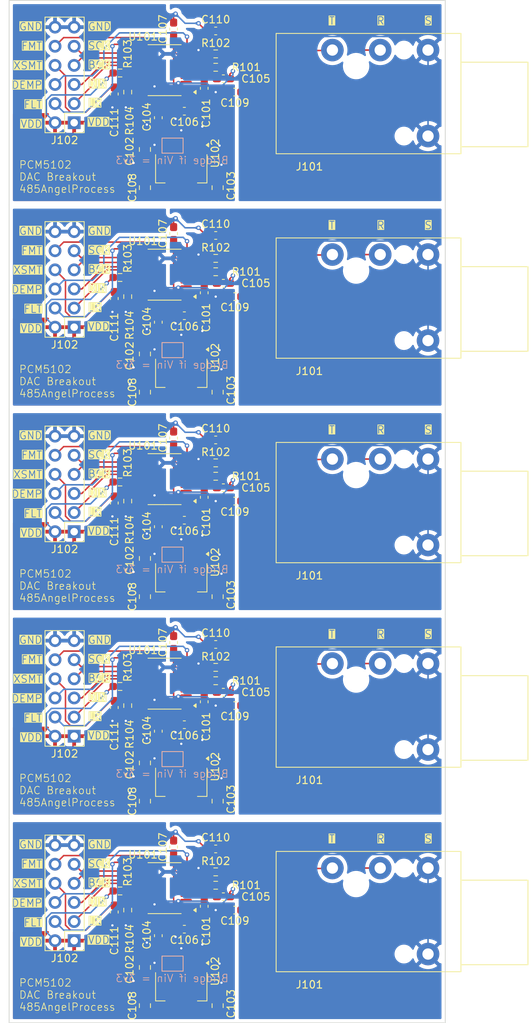
<source format=kicad_pcb>
(kicad_pcb (version 20240108) (generator "pcbnew") (generator_version "8.0")
  (layers (0 "F.Cu" signal) (31 "B.Cu" signal) (34 "B.Paste" user) (35 "F.Paste" user) (36 "B.SilkS" user "B.Silkscreen") (37 "F.SilkS" user "F.Silkscreen") (38 "B.Mask" user) (39 "F.Mask" user) (44 "Edge.Cuts" user))
  (net 0 "")
  (net 1 "Board_0-+3V3")
  (net 2 "Board_0-/BCK")
  (net 3 "Board_0-/DEMP")
  (net 4 "Board_0-/DIN")
  (net 5 "Board_0-/FLT")
  (net 6 "Board_0-/FMT")
  (net 7 "Board_0-/LRCK")
  (net 8 "Board_0-/SCK")
  (net 9 "Board_0-/XSMT")
  (net 10 "Board_0-GND")
  (net 11 "Board_0-GNDA")
  (net 12 "Board_0-Net-(J101-IN1)")
  (net 13 "Board_0-Net-(J101-IN2)")
  (net 14 "Board_0-Net-(U101-CAPM)")
  (net 15 "Board_0-Net-(U101-CAPP)")
  (net 16 "Board_0-Net-(U101-LDOO)")
  (net 17 "Board_0-Net-(U101-OUTL)")
  (net 18 "Board_0-Net-(U101-OUTR)")
  (net 19 "Board_0-Net-(U101-VNEG)")
  (net 20 "Board_0-VDD")
  (net 21 "Board_1-+3V3")
  (net 22 "Board_1-/BCK")
  (net 23 "Board_1-/DEMP")
  (net 24 "Board_1-/DIN")
  (net 25 "Board_1-/FLT")
  (net 26 "Board_1-/FMT")
  (net 27 "Board_1-/LRCK")
  (net 28 "Board_1-/SCK")
  (net 29 "Board_1-/XSMT")
  (net 30 "Board_1-GND")
  (net 31 "Board_1-GNDA")
  (net 32 "Board_1-Net-(J101-IN1)")
  (net 33 "Board_1-Net-(J101-IN2)")
  (net 34 "Board_1-Net-(U101-CAPM)")
  (net 35 "Board_1-Net-(U101-CAPP)")
  (net 36 "Board_1-Net-(U101-LDOO)")
  (net 37 "Board_1-Net-(U101-OUTL)")
  (net 38 "Board_1-Net-(U101-OUTR)")
  (net 39 "Board_1-Net-(U101-VNEG)")
  (net 40 "Board_1-VDD")
  (net 41 "Board_2-+3V3")
  (net 42 "Board_2-/BCK")
  (net 43 "Board_2-/DEMP")
  (net 44 "Board_2-/DIN")
  (net 45 "Board_2-/FLT")
  (net 46 "Board_2-/FMT")
  (net 47 "Board_2-/LRCK")
  (net 48 "Board_2-/SCK")
  (net 49 "Board_2-/XSMT")
  (net 50 "Board_2-GND")
  (net 51 "Board_2-GNDA")
  (net 52 "Board_2-Net-(J101-IN1)")
  (net 53 "Board_2-Net-(J101-IN2)")
  (net 54 "Board_2-Net-(U101-CAPM)")
  (net 55 "Board_2-Net-(U101-CAPP)")
  (net 56 "Board_2-Net-(U101-LDOO)")
  (net 57 "Board_2-Net-(U101-OUTL)")
  (net 58 "Board_2-Net-(U101-OUTR)")
  (net 59 "Board_2-Net-(U101-VNEG)")
  (net 60 "Board_2-VDD")
  (net 61 "Board_3-+3V3")
  (net 62 "Board_3-/BCK")
  (net 63 "Board_3-/DEMP")
  (net 64 "Board_3-/DIN")
  (net 65 "Board_3-/FLT")
  (net 66 "Board_3-/FMT")
  (net 67 "Board_3-/LRCK")
  (net 68 "Board_3-/SCK")
  (net 69 "Board_3-/XSMT")
  (net 70 "Board_3-GND")
  (net 71 "Board_3-GNDA")
  (net 72 "Board_3-Net-(J101-IN1)")
  (net 73 "Board_3-Net-(J101-IN2)")
  (net 74 "Board_3-Net-(U101-CAPM)")
  (net 75 "Board_3-Net-(U101-CAPP)")
  (net 76 "Board_3-Net-(U101-LDOO)")
  (net 77 "Board_3-Net-(U101-OUTL)")
  (net 78 "Board_3-Net-(U101-OUTR)")
  (net 79 "Board_3-Net-(U101-VNEG)")
  (net 80 "Board_3-VDD")
  (net 81 "Board_4-+3V3")
  (net 82 "Board_4-/BCK")
  (net 83 "Board_4-/DEMP")
  (net 84 "Board_4-/DIN")
  (net 85 "Board_4-/FLT")
  (net 86 "Board_4-/FMT")
  (net 87 "Board_4-/LRCK")
  (net 88 "Board_4-/SCK")
  (net 89 "Board_4-/XSMT")
  (net 90 "Board_4-GND")
  (net 91 "Board_4-GNDA")
  (net 92 "Board_4-Net-(J101-IN1)")
  (net 93 "Board_4-Net-(J101-IN2)")
  (net 94 "Board_4-Net-(U101-CAPM)")
  (net 95 "Board_4-Net-(U101-CAPP)")
  (net 96 "Board_4-Net-(U101-LDOO)")
  (net 97 "Board_4-Net-(U101-OUTL)")
  (net 98 "Board_4-Net-(U101-OUTR)")
  (net 99 "Board_4-Net-(U101-VNEG)")
  (net 100 "Board_4-VDD")
  (footprint "Capacitor_SMD:C_0603_1608Metric_Pad1.08x0.95mm_HandSolder" (layer "F.Cu") (at 133.514 113.98 -90)
    (property "Reference" "C111")
    (property "Value" "2.2uF")
  )
  (footprint "Capacitor_SMD:C_0603_1608Metric_Pad1.08x0.95mm_HandSolder" (layer "F.Cu") (at 149.516 140.904 180)
    (property "Reference" "C109")
    (property "Value" "0.1uF")
  )
  (footprint "Package_TO_SOT_SMD:SOT-223-3_TabPin2" (layer "F.Cu") (at 142.404 96.708 -90)
    (property "Reference" "U102")
    (property "Value" "AZ1117-3.3")
  )
  (footprint "Capacitor_SMD:C_0805_2012Metric_Pad1.18x1.45mm_HandSolder" (layer "F.Cu") (at 147.23 72.07 90)
    (property "Reference" "C103")
    (property "Value" "10uF")
  )
  (footprint "Capacitor_SMD:C_0603_1608Metric_Pad1.08x0.95mm_HandSolder" (layer "F.Cu") (at 145.452 140.396 90)
    (property "Reference" "C101")
    (property "Value" "2.2uF")
  )
  (footprint "Capacitor_SMD:C_0805_2012Metric_Pad1.18x1.45mm_HandSolder" (layer "F.Cu") (at 137.578 121.346 -90)
    (property "Reference" "C102")
    (property "Value" "10uF")
  )
  (footprint "Capacitor_SMD:C_0603_1608Metric_Pad1.08x0.95mm_HandSolder" (layer "F.Cu") (at 142.8115 116.266 180)
    (property "Reference" "C106")
    (property "Value" "0.1uF")
  )
  (footprint "Capacitor_SMD:C_0603_1608Metric_Pad1.08x0.95mm_HandSolder" (layer "F.Cu") (at 145.452 113.218 90)
    (property "Reference" "C101")
    (property "Value" "2.2uF")
  )
  (footprint "Capacitor_SMD:C_0603_1608Metric_Pad1.08x0.95mm_HandSolder" (layer "F.Cu") (at 147.992 111.948)
    (property "Reference" "C105")
    (property "Value" "0.1uF")
  )
  (footprint "Capacitor_SMD:C_0805_2012Metric_Pad1.18x1.45mm_HandSolder" (layer "F.Cu") (at 147.23 44.892 90)
    (property "Reference" "C103")
    (property "Value" "10uF")
  )
  (footprint "Package_SO:TSSOP-20_4.4x6.5mm_P0.65mm" (layer "F.Cu") (at 140.1865 137.987 180)
    (property "Reference" "U101")
    (property "Value" "PCM5102A")
  )
  (footprint "Resistor_SMD:R_0603_1608Metric_Pad0.98x0.95mm_HandSolder" (layer "F.Cu") (at 146.976 108.646)
    (property "Reference" "R102")
    (property "Value" "75")
  )
  (footprint "Capacitor_SMD:C_0603_1608Metric_Pad1.08x0.95mm_HandSolder" (layer "F.Cu") (at 139.356 117.1285 -90)
    (property "Reference" "C104")
    (property "Value" "0.1uF")
  )
  (footprint "Capacitor_SMD:C_0603_1608Metric_Pad1.08x0.95mm_HandSolder" (layer "F.Cu") (at 139.356 35.5945 -90)
    (property "Reference" "C104")
    (property "Value" "0.1uF")
  )
  (footprint "Resistor_SMD:R_0603_1608Metric_Pad0.98x0.95mm_HandSolder" (layer "F.Cu") (at 135.292 59.37 -90)
    (property "Reference" "R104")
    (property "Value" "3.3k")
  )
  (footprint "Capacitor_SMD:C_0603_1608Metric_Pad1.08x0.95mm_HandSolder" (layer "F.Cu") (at 133.514 59.624 -90)
    (property "Reference" "C111")
    (property "Value" "2.2uF")
  )
  (footprint "Resistor_SMD:R_0603_1608Metric_Pad0.98x0.95mm_HandSolder" (layer "F.Cu") (at 146.976 56.068)
    (property "Reference" "R101")
    (property "Value" "75")
  )
  (footprint "Capacitor_SMD:C_0603_1608Metric_Pad1.08x0.95mm_HandSolder" (layer "F.Cu") (at 142.8115 61.91 180)
    (property "Reference" "C106")
    (property "Value" "0.1uF")
  )
  (footprint "Connector_PinHeader_2.54mm:PinHeader_2x06_P2.54mm_Vertical" (layer "F.Cu") (at 128.18 90.612 180)
    (property "Reference" "J102")
    (property "Value" "Conn_02x06_Odd_Even")
  )
  (footprint "Resistor_SMD:R_0603_1608Metric_Pad0.98x0.95mm_HandSolder" (layer "F.Cu") (at 135.292 113.726 -90)
    (property "Reference" "R104")
    (property "Value" "3.3k")
  )
  (footprint "Capacitor_SMD:C_0603_1608Metric_Pad1.08x0.95mm_HandSolder" (layer "F.Cu") (at 147.992 84.77)
    (property "Reference" "C105")
    (property "Value" "0.1uF")
  )
  (footprint "Capacitor_SMD:C_0603_1608Metric_Pad1.08x0.95mm_HandSolder" (layer "F.Cu") (at 141.388 132.522 90)
    (property "Reference" "C107")
    (property "Value" "0.1uF")
  )
  (footprint "Resistor_SMD:R_0603_1608Metric_Pad0.98x0.95mm_HandSolder" (layer "F.Cu") (at 146.976 54.29)
    (property "Reference" "R102")
    (property "Value" "75")
  )
  (footprint "Package_TO_SOT_SMD:SOT-223-3_TabPin2" (layer "F.Cu") (at 142.404 42.352 -90)
    (property "Reference" "U102")
    (property "Value" "AZ1117-3.3")
  )
  (footprint "Package_SO:TSSOP-20_4.4x6.5mm_P0.65mm" (layer "F.Cu") (at 140.1865 110.809 180)
    (property "Reference" "U101")
    (property "Value" "PCM5102A")
  )
  (footprint "Capacitor_SMD:C_0805_2012Metric_Pad1.18x1.45mm_HandSolder" (layer "F.Cu") (at 137.578 99.248 90)
    (property "Reference" "C108")
    (property "Value" "10uF")
  )
  (footprint "Capacitor_SMD:C_0805_2012Metric_Pad1.18x1.45mm_HandSolder" (layer "F.Cu") (at 137.578 148.524 -90)
    (property "Reference" "C102")
    (property "Value" "10uF")
  )
  (footprint "Connector_Audio:Jack_6.35mm_Neutrik_NRJ3HF-1_Horizontal" (layer "F.Cu") (at 162.47 26.604)
    (property "Reference" "J101")
    (property "Value" "Conn_Coaxial_x2")
  )
  (footprint "Resistor_SMD:R_0603_1608Metric_Pad0.98x0.95mm_HandSolder" (layer "F.Cu") (at 135.292 86.548 -90)
    (property "Reference" "R104")
    (property "Value" "3.3k")
  )
  (footprint "Capacitor_SMD:C_0603_1608Metric_Pad1.08x0.95mm_HandSolder" (layer "F.Cu") (at 146.976 78.42 180)
    (property "Reference" "C110")
    (property "Value" "0.1uF")
  )
  (footprint "Resistor_SMD:R_0603_1608Metric_Pad0.98x0.95mm_HandSolder" (layer "F.Cu") (at 146.976 137.602)
    (property "Reference" "R101")
    (property "Value" "75")
  )
  (footprint "Capacitor_SMD:C_0603_1608Metric_Pad1.08x0.95mm_HandSolder" (layer "F.Cu") (at 142.8115 89.088 180)
    (property "Reference" "C106")
    (property "Value" "0.1uF")
  )
  (footprint "Capacitor_SMD:C_0603_1608Metric_Pad1.08x0.95mm_HandSolder" (layer "F.Cu") (at 133.514 141.158 -90)
    (property "Reference" "C111")
    (property "Value" "2.2uF")
  )
  (footprint "Capacitor_SMD:C_0805_2012Metric_Pad1.18x1.45mm_HandSolder" (layer "F.Cu") (at 137.578 39.812 -90)
    (property "Reference" "C102")
    (property "Value" "10uF")
  )
  (footprint "Package_TO_SOT_SMD:SOT-223-3_TabPin2" (layer "F.Cu") (at 142.404 69.53 -90)
    (property "Reference" "U102")
    (property "Value" "AZ1117-3.3")
  )
  (footprint "Capacitor_SMD:C_0603_1608Metric_Pad1.08x0.95mm_HandSolder" (layer "F.Cu") (at 146.976 24.064 180)
    (property "Reference" "C110")
    (property "Value" "0.1uF")
  )
  (footprint "Capacitor_SMD:C_0603_1608Metric_Pad1.08x0.95mm_HandSolder" (layer "F.Cu") (at 149.516 32.192 180)
    (property "Reference" "C109")
    (property "Value" "0.1uF")
  )
  (footprint "Connector_PinHeader_2.54mm:PinHeader_2x06_P2.54mm_Vertical" (layer "F.Cu") (at 128.18 36.256 180)
    (property "Reference" "J102")
    (property "Value" "Conn_02x06_Odd_Even")
  )
  (footprint "Capacitor_SMD:C_0603_1608Metric_Pad1.08x0.95mm_HandSolder" (layer "F.Cu") (at 145.452 58.862 90)
    (property "Reference" "C101")
    (property "Value" "2.2uF")
  )
  (footprint "Capacitor_SMD:C_0603_1608Metric_Pad1.08x0.95mm_HandSolder" (layer "F.Cu") (at 147.992 57.592)
    (property "Reference" "C105")
    (property "Value" "0.1uF")
  )
  (footprint "Resistor_SMD:R_0603_1608Metric_Pad0.98x0.95mm_HandSolder" (layer "F.Cu") (at 146.976 110.424)
    (property "Reference" "R101")
    (property "Value" "75")
  )
  (footprint "Connector_Audio:Jack_6.35mm_Neutrik_NRJ3HF-1_Horizontal" (layer "F.Cu") (at 162.47 108.138)
    (property "Reference" "J101")
    (property "Value" "Conn_Coaxial_x2")
  )
  (footprint "Capacitor_SMD:C_0805_2012Metric_Pad1.18x1.45mm_HandSolder" (layer "F.Cu") (at 147.23 99.248 90)
    (property "Reference" "C103")
    (property "Value" "10uF")
  )
  (footprint "Capacitor_SMD:C_0805_2012Metric_Pad1.18x1.45mm_HandSolder" (layer "F.Cu") (at 137.578 153.604 90)
    (property "Reference" "C108")
    (property "Value" "10uF")
  )
  (footprint "Package_TO_SOT_SMD:SOT-223-3_TabPin2" (layer "F.Cu") (at 142.404 151.064 -90)
    (property "Reference" "U102")
    (property "Value" "AZ1117-3.3")
  )
  (footprint "Capacitor_SMD:C_0603_1608Metric_Pad1.08x0.95mm_HandSolder" (layer "F.Cu") (at 145.452 31.684 90)
    (property "Reference" "C101")
    (property "Value" "2.2uF")
  )
  (footprint "Capacitor_SMD:C_0603_1608Metric_Pad1.08x0.95mm_HandSolder" (layer "F.Cu") (at 149.516 59.37 180)
    (property "Reference" "C109")
    (property "Value" "0.1uF")
  )
  (footprint "Capacitor_SMD:C_0603_1608Metric_Pad1.08x0.95mm_HandSolder" (layer "F.Cu") (at 147.992 139.126)
    (property "Reference" "C105")
    (property "Value" "0.1uF")
  )
  (footprint "Resistor_SMD:R_0603_1608Metric_Pad0.98x0.95mm_HandSolder" (layer "F.Cu") (at 134.276 111.186)
    (property "Reference" "R103")
    (property "Value" "10k")
  )
  (footprint "Resistor_SMD:R_0603_1608Metric_Pad0.98x0.95mm_HandSolder" (layer "F.Cu") (at 146.976 135.824)
    (property "Reference" "R102")
    (property "Value" "75")
  )
  (footprint "Connector_Audio:Jack_6.35mm_Neutrik_NRJ3HF-1_Horizontal" (layer "F.Cu") (at 162.47 80.96)
    (property "Reference" "J101")
    (property "Value" "Conn_Coaxial_x2")
  )
  (footprint "Resistor_SMD:R_0603_1608Metric_Pad0.98x0.95mm_HandSolder" (layer "F.Cu") (at 134.276 29.652)
    (property "Reference" "R103")
    (property "Value" "10k")
  )
  (footprint "Capacitor_SMD:C_0603_1608Metric_Pad1.08x0.95mm_HandSolder" (layer "F.Cu") (at 139.356 144.3065 -90)
    (property "Reference" "C104")
    (property "Value" "0.1uF")
  )
  (footprint "Capacitor_SMD:C_0603_1608Metric_Pad1.08x0.95mm_HandSolder" (layer "F.Cu") (at 141.388 105.344 90)
    (property "Reference" "C107")
    (property "Value" "0.1uF")
  )
  (footprint "Connector_PinHeader_2.54mm:PinHeader_2x06_P2.54mm_Vertical" (layer "F.Cu") (at 128.18 63.434 180)
    (property "Reference" "J102")
    (property "Value" "Conn_02x06_Odd_Even")
  )
  (footprint "Resistor_SMD:R_0603_1608Metric_Pad0.98x0.95mm_HandSolder" (layer "F.Cu") (at 146.976 81.468)
    (property "Reference" "R102")
    (property "Value" "75")
  )
  (footprint "Resistor_SMD:R_0603_1608Metric_Pad0.98x0.95mm_HandSolder" (layer "F.Cu") (at 134.276 138.364)
    (property "Reference" "R103")
    (property "Value" "10k")
  )
  (footprint "Connector_PinHeader_2.54mm:PinHeader_2x06_P2.54mm_Vertical" (layer "F.Cu") (at 128.18 144.968 180)
    (property "Reference" "J102")
    (property "Value" "Conn_02x06_Odd_Even")
  )
  (footprint "Capacitor_SMD:C_0603_1608Metric_Pad1.08x0.95mm_HandSolder" (layer "F.Cu") (at 146.976 132.776 180)
    (property "Reference" "C110")
    (property "Value" "0.1uF")
  )
  (footprint "Capacitor_SMD:C_0805_2012Metric_Pad1.18x1.45mm_HandSolder" (layer "F.Cu") (at 137.578 66.99 -90)
    (property "Reference" "C102")
    (property "Value" "10uF")
  )
  (footprint "Capacitor_SMD:C_0603_1608Metric_Pad1.08x0.95mm_HandSolder" (layer "F.Cu") (at 145.452 86.04 90)
    (property "Reference" "C101")
    (property "Value" "2.2uF")
  )
  (footprint "Capacitor_SMD:C_0603_1608Metric_Pad1.08x0.95mm_HandSolder" (layer "F.Cu") (at 141.388 23.81 90)
    (property "Reference" "C107")
    (property "Value" "0.1uF")
  )
  (footprint "Capacitor_SMD:C_0805_2012Metric_Pad1.18x1.45mm_HandSolder" (layer "F.Cu") (at 137.578 126.426 90)
    (property "Reference" "C108")
    (property "Value" "10uF")
  )
  (footprint "Package_SO:TSSOP-20_4.4x6.5mm_P0.65mm" (layer "F.Cu") (at 140.1865 29.275 180)
    (property "Reference" "U101")
    (property "Value" "PCM5102A")
  )
  (footprint "Capacitor_SMD:C_0805_2012Metric_Pad1.18x1.45mm_HandSolder" (layer "F.Cu") (at 137.578 72.07 90)
    (property "Reference" "C108")
    (property "Value" "10uF")
  )
  (footprint "Capacitor_SMD:C_0603_1608Metric_Pad1.08x0.95mm_HandSolder" (layer "F.Cu") (at 133.514 86.802 -90)
    (property "Reference" "C111")
    (property "Value" "2.2uF")
  )
  (footprint "Capacitor_SMD:C_0603_1608Metric_Pad1.08x0.95mm_HandSolder" (layer "F.Cu") (at 142.8115 34.732 180)
    (property "Reference" "C106")
    (property "Value" "0.1uF")
  )
  (footprint "Package_TO_SOT_SMD:SOT-223-3_TabPin2" (layer "F.Cu") (at 142.404 123.886 -90)
    (property "Reference" "U102")
    (property "Value" "AZ1117-3.3")
  )
  (footprint "Resistor_SMD:R_0603_1608Metric_Pad0.98x0.95mm_HandSolder" (layer "F.Cu") (at 135.292 140.904 -90)
    (property "Reference" "R104")
    (property "Value" "3.3k")
  )
  (footprint "Connector_PinHeader_2.54mm:PinHeader_2x06_P2.54mm_Vertical" (layer "F.Cu") (at 128.18 117.79 180)
    (property "Reference" "J102")
    (property "Value" "Conn_02x06_Odd_Even")
  )
  (footprint "Resistor_SMD:R_0603_1608Metric_Pad0.98x0.95mm_HandSolder" (layer "F.Cu") (at 146.976 83.246)
    (property "Reference" "R101")
    (property "Value" "75")
  )
  (footprint "Capacitor_SMD:C_0603_1608Metric_Pad1.08x0.95mm_HandSolder" (layer "F.Cu") (at 141.388 50.988 90)
    (property "Reference" "C107")
    (property "Value" "0.1uF")
  )
  (footprint "Capacitor_SMD:C_0603_1608Metric_Pad1.08x0.95mm_HandSolder" (layer "F.Cu") (at 147.992 30.414)
    (property "Reference" "C105")
    (property "Value" "0.1uF")
  )
  (footprint "Resistor_SMD:R_0603_1608Metric_Pad0.98x0.95mm_HandSolder" (layer "F.Cu") (at 146.976 28.89)
    (property "Reference" "R101")
    (property "Value" "75")
  )
  (footprint "Connector_Audio:Jack_6.35mm_Neutrik_NRJ3HF-1_Horizontal" (layer "F.Cu") (at 162.47 135.316)
    (property "Reference" "J101")
    (property "Value" "Conn_Coaxial_x2")
  )
  (footprint "Resistor_SMD:R_0603_1608Metric_Pad0.98x0.95mm_HandSolder" (layer "F.Cu") (at 134.276 56.83)
    (property "Reference" "R103")
    (property "Value" "10k")
  )
  (footprint "Capacitor_SMD:C_0603_1608Metric_Pad1.08x0.95mm_HandSolder" (layer "F.Cu") (at 139.356 89.9505 -90)
    (property "Reference" "C104")
    (property "Value" "0.1uF")
  )
  (footprint "Capacitor_SMD:C_0603_1608Metric_Pad1.08x0.95mm_HandSolder" (layer "F.Cu") (at 146.976 51.242 180)
    (property "Reference" "C110")
    (property "Value" "0.1uF")
  )
  (footprint "Capacitor_SMD:C_0603_1608Metric_Pad1.08x0.95mm_HandSolder" (layer "F.Cu") (at 149.516 113.726 180)
    (property "Reference" "C109")
    (property "Value" "0.1uF")
  )
  (footprint "Package_SO:TSSOP-20_4.4x6.5mm_P0.65mm" (layer "F.Cu") (at 140.1865 56.453 180)
    (property "Reference" "U101")
    (property "Value" "PCM5102A")
  )
  (footprint "Package_SO:TSSOP-20_4.4x6.5mm_P0.65mm" (layer "F.Cu") (at 140.1865 83.631 180)
    (property "Reference" "U101")
    (property "Value" "PCM5102A")
  )
  (footprint "Capacitor_SMD:C_0603_1608Metric_Pad1.08x0.95mm_HandSolder" (layer "F.Cu") (at 141.388 78.166 90)
    (property "Reference" "C107")
    (property "Value" "0.1uF")
  )
  (footprint "Capacitor_SMD:C_0603_1608Metric_Pad1.08x0.95mm_HandSolder" (layer "F.Cu") (at 146.976 105.598 180)
    (property "Reference" "C110")
    (property "Value" "0.1uF")
  )
  (footprint "Capacitor_SMD:C_0805_2012Metric_Pad1.18x1.45mm_HandSolder" (layer "F.Cu") (at 137.578 94.168 -90)
    (property "Reference" "C102")
    (property "Value" "10uF")
  )
  (footprint "Capacitor_SMD:C_0805_2012Metric_Pad1.18x1.45mm_HandSolder" (layer "F.Cu") (at 147.23 126.426 90)
    (property "Reference" "C103")
    (property "Value" "10uF")
  )
  (footprint "Capacitor_SMD:C_0805_2012Metric_Pad1.18x1.45mm_HandSolder" (layer "F.Cu") (at 147.23 153.604 90)
    (property "Reference" "C103")
    (property "Value" "10uF")
  )
  (footprint "Capacitor_SMD:C_0603_1608Metric_Pad1.08x0.95mm_HandSolder" (layer "F.Cu") (at 149.516 86.548 180)
    (property "Reference" "C109")
    (property "Value" "0.1uF")
  )
  (footprint "Connector_Audio:Jack_6.35mm_Neutrik_NRJ3HF-1_Horizontal" (layer "F.Cu") (at 162.47 53.782)
    (property "Reference" "J101")
    (property "Value" "Conn_Coaxial_x2")
  )
  (footprint "Capacitor_SMD:C_0603_1608Metric_Pad1.08x0.95mm_HandSolder" (layer "F.Cu") (at 139.356 62.7725 -90)
    (property "Reference" "C104")
    (property "Value" "0.1uF")
  )
  (footprint "Capacitor_SMD:C_0805_2012Metric_Pad1.18x1.45mm_HandSolder" (layer "F.Cu") (at 137.578 44.892 90)
    (property "Reference" "C108")
    (property "Value" "10uF")
  )
  (footprint "Resistor_SMD:R_0603_1608Metric_Pad0.98x0.95mm_HandSolder" (layer "F.Cu") (at 135.292 32.192 -90)
    (property "Reference" "R104")
    (property "Value" "3.3k")
  )
  (footprint "Capacitor_SMD:C_0603_1608Metric_Pad1.08x0.95mm_HandSolder" (layer "F.Cu") (at 142.8115 143.444 180)
    (property "Reference" "C106")
    (property "Value" "0.1uF")
  )
  (footprint "Capacitor_SMD:C_0603_1608Metric_Pad1.08x0.95mm_HandSolder" (layer "F.Cu") (at 133.514 32.446 -90)
    (property "Reference" "C111")
    (property "Value" "2.2uF")
  )
  (footprint "Resistor_SMD:R_0603_1608Metric_Pad0.98x0.95mm_HandSolder" (layer "F.Cu") (at 134.276 84.008)
    (property "Reference" "R103")
    (property "Value" "10k")
  )
  (footprint "Resistor_SMD:R_0603_1608Metric_Pad0.98x0.95mm_HandSolder" (layer "F.Cu") (at 146.976 27.112)
    (property "Reference" "R102")
    (property "Value" "75")
  )
  (footprint "Jumper:SolderJumper-2_P1.3mm_Open_Pad1.0x1.5mm" (layer "B.Cu") (at 141.246 93.66)
    (property "Reference" "JP101" (hide yes))
    (property "Value" "Jumper_2_Open")
  )
  (footprint "Jumper:SolderJumper-2_P1.3mm_Open_Pad1.0x1.5mm" (layer "B.Cu") (at 141.246 39.304)
    (property "Reference" "JP101" (hide yes))
    (property "Value" "Jumper_2_Open")
  )
  (footprint "Jumper:SolderJumper-2_P1.3mm_Open_Pad1.0x1.5mm" (layer "B.Cu") (at 141.246 120.838)
    (property "Reference" "JP101" (hide yes))
    (property "Value" "Jumper_2_Open")
  )
  (footprint "NetTie:NetTie-2_SMD_Pad0.5mm" (layer "B.Cu") (at 140.618 135.824)
    (property "Reference" "NT101" (hide yes))
    (property "Value" "NetTie_2" (hide yes))
  )
  (footprint "NetTie:NetTie-2_SMD_Pad0.5mm" (layer "B.Cu") (at 140.618 108.646)
    (property "Reference" "NT101" (hide yes))
    (property "Value" "NetTie_2" (hide yes))
  )
  (footprint "NetTie:NetTie-2_SMD_Pad0.5mm" (layer "B.Cu") (at 140.618 27.112)
    (property "Reference" "NT101" (hide yes))
    (property "Value" "NetTie_2" (hide yes))
  )
  (footprint "Jumper:SolderJumper-2_P1.3mm_Open_Pad1.0x1.5mm" (layer "B.Cu") (at 141.246 66.482)
    (property "Reference" "JP101" (hide yes))
    (property "Value" "Jumper_2_Open")
  )
  (footprint "NetTie:NetTie-2_SMD_Pad0.5mm" (layer "B.Cu") (at 140.618 54.29)
    (property "Reference" "NT101" (hide yes))
    (property "Value" "NetTie_2" (hide yes))
  )
  (footprint "NetTie:NetTie-2_SMD_Pad0.5mm" (layer "B.Cu") (at 140.618 81.468)
    (property "Reference" "NT101" (hide yes))
    (property "Value" "NetTie_2" (hide yes))
  )
  (footprint "Jumper:SolderJumper-2_P1.3mm_Open_Pad1.0x1.5mm" (layer "B.Cu") (at 141.246 148.016)
    (property "Reference" "JP101" (hide yes))
    (property "Value" "Jumper_2_Open")
  )
  (gr_line (start 119.544 101.534) (end 119.544 128.712) (stroke (width 0.1)) (layer "Edge.Cuts"))
  (gr_line (start 177.456 20) (end 119.544 20) (stroke (width 0.1)) (layer "Edge.Cuts"))
  (gr_line (start 119.544 155.89) (end 177.456 155.89) (stroke (width 0.1)) (layer "Edge.Cuts"))
  (gr_line (start 119.544 20) (end 119.544 47.178) (stroke (width 0.1)) (layer "Edge.Cuts"))
  (gr_line (start 177.456 101.534) (end 177.456 74.356) (stroke (width 0.1)) (layer "Edge.Cuts"))
  (gr_line (start 177.456 47.178) (end 177.456 20) (stroke (width 0.1)) (layer "Edge.Cuts"))
  (gr_line (start 177.456 74.356) (end 177.456 47.178) (stroke (width 0.1)) (layer "Edge.Cuts"))
  (gr_line (start 119.544 74.356) (end 119.544 101.534) (stroke (width 0.1)) (layer "Edge.Cuts"))
  (gr_line (start 119.544 47.178) (end 119.544 74.356) (stroke (width 0.1)) (layer "Edge.Cuts"))
  (gr_line (start 119.544 128.712) (end 119.544 155.89) (stroke (width 0.1)) (layer "Edge.Cuts"))
  (gr_line (start 177.456 155.89) (end 177.456 128.712) (stroke (width 0.1)) (layer "Edge.Cuts"))
  (gr_line (start 177.456 128.712) (end 177.456 101.534) (stroke (width 0.1)) (layer "Edge.Cuts"))
  (gr_text "Bridge if Vin = 3v3" (at 148.754 69.022 0) (layer "B.SilkS") (effects (font (size 1 1) (thickness 0.1)) (justify left bottom mirror)))
  (gr_text "Bridge if Vin = 3v3" (at 148.754 123.378 0) (layer "B.SilkS") (effects (font (size 1 1) (thickness 0.1)) (justify left bottom mirror)))
  (gr_text "Bridge if Vin = 3v3" (at 148.754 150.556 0) (layer "B.SilkS") (effects (font (size 1 1) (thickness 0.1)) (justify left bottom mirror)))
  (gr_text "Bridge if Vin = 3v3" (at 148.754 96.2 0) (layer "B.SilkS") (effects (font (size 1 1) (thickness 0.1)) (justify left bottom mirror)))
  (gr_text "Bridge if Vin = 3v3" (at 148.754 41.844 0) (layer "B.SilkS") (effects (font (size 1 1) (thickness 0.1)) (justify left bottom mirror)))
  (gr_text "DIN" (at 129.958 86.04 0) (layer "F.SilkS" knockout) (effects (font (size 1 1) (thickness 0.1)) (justify left bottom)))
  (gr_text "FMT" (at 121.099619 81.0108 0) (layer "F.SilkS" knockout) (effects (font (size 1 1) (thickness 0.1)) (justify left bottom)))
  (gr_text "LR" (at 129.958 88.58 0) (layer "F.SilkS" knockout) (effects (font (size 1 1) (thickness 0.1)) (justify left bottom)))
  (gr_text "DEMP" (at 119.813905 113.3704 0) (layer "F.SilkS" knockout) (effects (font (size 1 1) (thickness 0.1)) (justify left bottom)))
  (gr_text "T" (at 161.962 132.014 0) (layer "F.SilkS" knockout) (effects (font (size 1 1) (thickness 0.1)) (justify left bottom)))
  (gr_text "VDD" (at 121.004381 64.196 0) (layer "F.SilkS" knockout) (effects (font (size 1 1) (thickness 0.1)) (justify left bottom)))
  (gr_text "VDD" (at 121.004381 118.552 0) (layer "F.SilkS" knockout) (effects (font (size 1 1) (thickness 0.1)) (justify left bottom)))
  (gr_text "LR" (at 129.958 34.224 0) (layer "F.SilkS" knockout) (effects (font (size 1 1) (thickness 0.1)) (justify left bottom)))
  (gr_text "BCK" (at 129.958 83.5 0) (layer "F.SilkS" knockout) (effects (font (size 1 1) (thickness 0.1)) (justify left bottom)))
  (gr_text "T" (at 161.962 23.302 0) (layer "F.SilkS" knockout) (effects (font (size 1 1) (thickness 0.1)) (justify left bottom)))
  (gr_text "FMT" (at 121.099619 26.6548 0) (layer "F.SilkS" knockout) (effects (font (size 1 1) (thickness 0.1)) (justify left bottom)))
  (gr_text "SCK" (at 129.958 135.316 0) (layer "F.SilkS" knockout) (effects (font (size 1 1) (thickness 0.1)) (justify left bottom)))
  (gr_text "XSMT" (at 120.052 29.2456 0) (layer "F.SilkS" knockout) (effects (font (size 1 1) (thickness 0.1)) (justify left bottom)))
  (gr_text "VDD" (at 129.958 118.298 0) (layer "F.SilkS" knockout) (effects (font (size 1 1) (thickness 0.1)) (justify left bottom)))
  (gr_text "XSMT" (at 120.052 56.4236 0) (layer "F.SilkS" knockout) (effects (font (size 1 1) (thickness 0.1)) (justify left bottom)))
  (gr_text "BCK" (at 129.958 110.678 0) (layer "F.SilkS" knockout) (effects (font (size 1 1) (thickness 0.1)) (justify left bottom)))
  (gr_text "DEMP" (at 119.813905 86.1924 0) (layer "F.SilkS" knockout) (effects (font (size 1 1) (thickness 0.1)) (justify left bottom)))
  (gr_text "PCM5102\nDAC Breakout\n485AngelProcess" (at 120.814 72.832 0) (layer "F.SilkS") (effects (font (size 1 1) (thickness 0.1)) (justify left bottom)))
  (gr_text "GND" (at 120.813905 132.776 0) (layer "F.SilkS" knockout) (effects (font (size 1 1) (thickness 0.1)) (justify left bottom)))
  (gr_text "PCM5102\nDAC Breakout\n485AngelProcess" (at 120.814 154.366 0) (layer "F.SilkS") (effects (font (size 1 1) (thickness 0.1)) (justify left bottom)))
  (gr_text "PCM5102\nDAC Breakout\n485AngelProcess" (at 120.814 45.654 0) (layer "F.SilkS") (effects (font (size 1 1) (thickness 0.1)) (justify left bottom)))
  (gr_text "T" (at 161.962 77.658 0) (layer "F.SilkS" knockout) (effects (font (size 1 1) (thickness 0.1)) (justify left bottom)))
  (gr_text "FLT" (at 121.432952 34.4272 0) (layer "F.SilkS" knockout) (effects (font (size 1 1) (thickness 0.1)) (justify left bottom)))
  (gr_text "S" (at 174.662 132.014 0) (layer "F.SilkS" knockout) (effects (font (size 1 1) (thickness 0.1)) (justify left bottom)))
  (gr_text "GND" (at 129.958 24.064 0) (layer "F.SilkS" knockout) (effects (font (size 1 1) (thickness 0.1)) (justify left bottom)))
  (gr_text "GND" (at 129.958 132.776 0) (layer "F.SilkS" knockout) (effects (font (size 1 1) (thickness 0.1)) (justify left bottom)))
  (gr_text "BCK" (at 129.958 29.144 0) (layer "F.SilkS" knockout) (effects (font (size 1 1) (thickness 0.1)) (justify left bottom)))
  (gr_text "BCK" (at 129.958 137.856 0) (layer "F.SilkS" knockout) (effects (font (size 1 1) (thickness 0.1)) (justify left bottom)))
  (gr_text "S" (at 174.662 23.302 0) (layer "F.SilkS" knockout) (effects (font (size 1 1) (thickness 0.1)) (justify left bottom)))
  (gr_text "VDD" (at 129.958 91.12 0) (layer "F.SilkS" knockout) (effects (font (size 1 1) (thickness 0.1)) (justify left bottom)))
  (gr_text "FMT" (at 121.099619 108.1888 0) (layer "F.SilkS" knockout) (effects (font (size 1 1) (thickness 0.1)) (justify left bottom)))
  (gr_text "XSMT" (at 120.052 110.7796 0) (layer "F.SilkS" knockout) (effects (font (size 1 1) (thickness 0.1)) (justify left bottom)))
  (gr_text "FLT" (at 121.432952 115.9612 0) (layer "F.SilkS" knockout) (effects (font (size 1 1) (thickness 0.1)) (justify left bottom)))
  (gr_text "VDD" (at 129.958 63.942 0) (layer "F.SilkS" knockout) (effects (font (size 1 1) (thickness 0.1)) (justify left bottom)))
  (gr_text "GND" (at 129.958 105.598 0) (layer "F.SilkS" knockout) (effects (font (size 1 1) (thickness 0.1)) (justify left bottom)))
  (gr_text "GND" (at 129.958 78.42 0) (layer "F.SilkS" knockout) (effects (font (size 1 1) (thickness 0.1)) (justify left bottom)))
  (gr_text "SCK" (at 129.958 26.604 0) (layer "F.SilkS" knockout) (effects (font (size 1 1) (thickness 0.1)) (justify left bottom)))
  (gr_text "VDD" (at 129.958 36.764 0) (layer "F.SilkS" knockout) (effects (font (size 1 1) (thickness 0.1)) (justify left bottom)))
  (gr_text "GND" (at 120.813905 105.598 0) (layer "F.SilkS" knockout) (effects (font (size 1 1) (thickness 0.1)) (justify left bottom)))
  (gr_text "T" (at 161.962 50.48 0) (layer "F.SilkS" knockout) (effects (font (size 1 1) (thickness 0.1)) (justify left bottom)))
  (gr_text "R" (at 168.312 132.014 0) (layer "F.SilkS" knockout) (effects (font (size 1 1) (thickness 0.1)) (justify left bottom)))
  (gr_text "SCK" (at 129.958 53.782 0) (layer "F.SilkS" knockout) (effects (font (size 1 1) (thickness 0.1)) (justify left bottom)))
  (gr_text "FLT" (at 121.432952 61.6052 0) (layer "F.SilkS" knockout) (effects (font (size 1 1) (thickness 0.1)) (justify left bottom)))
  (gr_text "FLT" (at 121.432952 143.1392 0) (layer "F.SilkS" knockout) (effects (font (size 1 1) (thickness 0.1)) (justify left bottom)))
  (gr_text "DEMP" (at 119.813905 31.8364 0) (layer "F.SilkS" knockout) (effects (font (size 1 1) (thickness 0.1)) (justify left bottom)))
  (gr_text "PCM5102\nDAC Breakout\n485AngelProcess" (at 120.814 100.01 0) (layer "F.SilkS") (effects (font (size 1 1) (thickness 0.1)) (justify left bottom)))
  (gr_text "GND" (at 120.813905 24.064 0) (layer "F.SilkS" knockout) (effects (font (size 1 1) (thickness 0.1)) (justify left bottom)))
  (gr_text "PCM5102\nDAC Breakout\n485AngelProcess" (at 120.814 127.188 0) (layer "F.SilkS") (effects (font (size 1 1) (thickness 0.1)) (justify left bottom)))
  (gr_text "R" (at 168.312 104.836 0) (layer "F.SilkS" knockout) (effects (font (size 1 1) (thickness 0.1)) (justify left bottom)))
  (gr_text "FMT" (at 121.099619 53.8328 0) (layer "F.SilkS" knockout) (effects (font (size 1 1) (thickness 0.1)) (justify left bottom)))
  (gr_text "BCK" (at 129.958 56.322 0) (layer "F.SilkS" knockout) (effects (font (size 1 1) (thickness 0.1)) (justify left bottom)))
  (gr_text "LR" (at 129.958 115.758 0) (layer "F.SilkS" knockout) (effects (font (size 1 1) (thickness 0.1)) (justify left bottom)))
  (gr_text "T" (at 161.962 104.836 0) (layer "F.SilkS" knockout) (effects (font (size 1 1) (thickness 0.1)) (justify left bottom)))
  (gr_text "R" (at 168.312 50.48 0) (layer "F.SilkS" knockout) (effects (font (size 1 1) (thickness 0.1)) (justify left bottom)))
  (gr_text "FLT" (at 121.432952 88.7832 0) (layer "F.SilkS" knockout) (effects (font (size 1 1) (thickness 0.1)) (justify left bottom)))
  (gr_text "VDD" (at 129.958 145.476 0) (layer "F.SilkS" knockout) (effects (font (size 1 1) (thickness 0.1)) (justify left bottom)))
  (gr_text "SCK" (at 129.958 80.96 0) (layer "F.SilkS" knockout) (effects (font (size 1 1) (thickness 0.1)) (justify left bottom)))
  (gr_text "DEMP" (at 119.813905 59.0144 0) (layer "F.SilkS" knockout) (effects (font (size 1 1) (thickness 0.1)) (justify left bottom)))
  (gr_text "LR" (at 129.958 61.402 0) (layer "F.SilkS" knockout) (effects (font (size 1 1) (thickness 0.1)) (justify left bottom)))
  (gr_text "SCK" (at 129.958 108.138 0) (layer "F.SilkS" knockout) (effects (font (size 1 1) (thickness 0.1)) (justify left bottom)))
  (gr_text "DIN" (at 129.958 58.862 0) (layer "F.SilkS" knockout) (effects (font (size 1 1) (thickness 0.1)) (justify left bottom)))
  (gr_text "S" (at 174.662 104.836 0) (layer "F.SilkS" knockout) (effects (font (size 1 1) (thickness 0.1)) (justify left bottom)))
  (gr_text "R" (at 168.312 23.302 0) (layer "F.SilkS" knockout) (effects (font (size 1 1) (thickness 0.1)) (justify left bottom)))
  (gr_text "FMT" (at 121.099619 135.3668 0) (layer "F.SilkS" knockout) (effects (font (size 1 1) (thickness 0.1)) (justify left bottom)))
  (gr_text "VDD" (at 121.004381 145.73 0) (layer "F.SilkS" knockout) (effects (font (size 1 1) (thickness 0.1)) (justify left bottom)))
  (gr_text "DEMP" (at 119.813905 140.5484 0) (layer "F.SilkS" knockout) (effects (font (size 1 1) (thickness 0.1)) (justify left bottom)))
  (gr_text "GND" (at 120.813905 51.242 0) (layer "F.SilkS" knockout) (effects (font (size 1 1) (thickness 0.1)) (justify left bottom)))
  (gr_text "VDD" (at 121.004381 37.018 0) (layer "F.SilkS" knockout) (effects (font (size 1 1) (thickness 0.1)) (justify left bottom)))
  (gr_text "S" (at 174.662 77.658 0) (layer "F.SilkS" knockout) (effects (font (size 1 1) (thickness 0.1)) (justify left bottom)))
  (gr_text "R" (at 168.312 77.658 0) (layer "F.SilkS" knockout) (effects (font (size 1 1) (thickness 0.1)) (justify left bottom)))
  (gr_text "DIN" (at 129.958 140.396 0) (layer "F.SilkS" knockout) (effects (font (size 1 1) (thickness 0.1)) (justify left bottom)))
  (gr_text "GND" (at 129.958 51.242 0) (layer "F.SilkS" knockout) (effects (font (size 1 1) (thickness 0.1)) (justify left bottom)))
  (gr_text "XSMT" (at 120.052 83.6016 0) (layer "F.SilkS" knockout) (effects (font (size 1 1) (thickness 0.1)) (justify left bottom)))
  (gr_text "S" (at 174.662 50.48 0) (layer "F.SilkS" knockout) (effects (font (size 1 1) (thickness 0.1)) (justify left bottom)))
  (gr_text "XSMT" (at 120.052 137.9576 0) (layer "F.SilkS" knockout) (effects (font (size 1 1) (thickness 0.1)) (justify left bottom)))
  (gr_text "GND" (at 120.813905 78.42 0) (layer "F.SilkS" knockout) (effects (font (size 1 1) (thickness 0.1)) (justify left bottom)))
  (gr_text "DIN" (at 129.958 31.684 0) (layer "F.SilkS" knockout) (effects (font (size 1 1) (thickness 0.1)) (justify left bottom)))
  (gr_text "LR" (at 129.958 142.936 0) (layer "F.SilkS" knockout) (effects (font (size 1 1) (thickness 0.1)) (justify left bottom)))
  (gr_text "VDD" (at 121.004381 91.374 0) (layer "F.SilkS" knockout) (effects (font (size 1 1) (thickness 0.1)) (justify left bottom)))
  (gr_text "DIN" (at 129.958 113.218 0) (layer "F.SilkS" knockout) (effects (font (size 1 1) (thickness 0.1)) (justify left bottom)))
  (segment (start 141.388 26.726499) (end 142.311501 27.65) (width 0.2) (layer "F.Cu") (net 1))
  (segment (start 141.388 24.6725) (end 141.388 26.726499) (width 0.2) (layer "F.Cu") (net 1))
  (segment (start 143.674 32.825) (end 143.049 32.2) (width 0.2) (layer "F.Cu") (net 1))
  (segment (start 147.23 45.9295) (end 142.8315 45.9295) (width 0.2) (layer "F.Cu") (net 1))
  (segment (start 142.404 36.002) (end 143.674 34.732) (width 0.2) (layer "F.Cu") (net 1))
  (segment (start 138.0055 45.502) (end 137.578 45.9295) (width 0.2) (layer "F.Cu") (net 1))
  (segment (start 142.404 45.502) (end 138.0055 45.502) (width 0.2) (layer "F.Cu") (net 1))
  (segment (start 142.404 39.202) (end 142.404 37.272) (width 0.2) (layer "F.Cu") (net 1))
  (segment (start 138.375471 37.902) (end 141.104 37.902) (width 0.2) (layer "F.Cu") (net 1))
  (segment (start 142.8315 45.9295) (end 142.404 45.502) (width 0.2) (layer "F.Cu") (net 1))
  (segment (start 137.124 32.4) (end 137.124 36.650529) (width 0.2) (layer "F.Cu") (net 1))
  (segment (start 137.124 36.650529) (end 138.375471 37.902) (width 0.2) (layer "F.Cu") (net 1))
  (segment (start 141.042 37.84) (end 142.404 39.202) (width 0.2) (layer "F.Cu") (net 1))
  (segment (start 143.674 34.732) (end 143.674 32.825) (width 0.2) (layer "F.Cu") (net 1))
  (segment (start 141.042 34.334778) (end 141.042 37.84) (width 0.2) (layer "F.Cu") (net 1))
  (segment (start 141.104 37.902) (end 142.404 39.202) (width 0.2) (layer "F.Cu") (net 1))
  (segment (start 142.404 45.502) (end 142.404 39.202) (width 0.2) (layer "F.Cu") (net 1))
  (segment (start 142.404 37.272) (end 142.404 36.002) (width 0.2) (layer "F.Cu") (net 1))
  (segment (start 141.388 24.6725) (end 141.388 33.988778) (width 0.2) (layer "F.Cu") (net 1))
  (segment (start 137.324 32.2) (end 137.124 32.4) (width 0.2) (layer "F.Cu") (net 1))
  (segment (start 142.311501 27.65) (end 143.049 27.65) (width 0.2) (layer "F.Cu") (net 1))
  (segment (start 141.388 33.988778) (end 141.042 34.334778) (width 0.2) (layer "F.Cu") (net 1))
  (via (at 142.404 37.272) (size 0.6) (drill 0.3) (layers "F.Cu" "B.Cu") (net 1))
  (segment (start 141.896 39.304) (end 141.896 37.78) (width 0.2) (layer "B.Cu") (net 1))
  (segment (start 141.896 37.78) (end 142.404 37.272) (width 0.2) (layer "B.Cu") (net 1))
  (segment (start 129.166 27.65) (end 128.18 28.636) (width 0.2) (layer "F.Cu") (net 2))
  (segment (start 137.324 27.65) (end 129.166 27.65) (width 0.2) (layer "F.Cu") (net 2))
  (segment (start 143.166 26.233) (end 143.049 26.35) (width 0.2) (layer "F.Cu") (net 3))
  (segment (start 143.166 24.826) (end 143.166 26.233) (width 0.2) (layer "F.Cu") (net 3))
  (via (at 143.166 24.826) (size 0.6) (drill 0.3) (layers "F.Cu" "B.Cu") (net 3))
  (segment (start 142.658 24.318) (end 143.166 24.826) (width 0.2) (layer "B.Cu") (net 3))
  (segment (start 132.124 28.262) (end 132.124 26.383471) (width 0.2) (layer "B.Cu") (net 3))
  (segment (start 125.64 31.176) (end 126.79 30.026) (width 0.2) (layer "B.Cu") (net 3))
  (segment (start 126.79 30.026) (end 130.6 30.026) (width 0.2) (layer "B.Cu") (net 3))
  (segment (start 132.124 26.383471) (end 134.189471 24.318) (width 0.2) (layer "B.Cu") (net 3))
  (segment (start 134.189471 24.318) (end 142.658 24.318) (width 0.2) (layer "B.Cu") (net 3))
  (segment (start 130.6 30.026) (end 132.244 28.382) (width 0.2) (layer "B.Cu") (net 3))
  (segment (start 132.244 28.382) (end 132.124 28.262) (width 0.2) (layer "B.Cu") (net 3))
  (segment (start 129.196 31.176) (end 128.18 31.176) (width 0.2) (layer "F.Cu") (net 4))
  (segment (start 132.136 28.236) (end 129.196 31.176) (width 0.2) (layer "F.Cu") (net 4))
  (segment (start 137.324 28.3) (end 137.26 28.236) (width 0.2) (layer "F.Cu") (net 4))
  (segment (start 137.26 28.236) (end 132.136 28.236) (width 0.2) (layer "F.Cu") (net 4))
  (segment (start 136.816 25.842) (end 137.324 26.35) (width 0.2) (layer "F.Cu") (net 5))
  (segment (start 133.26 26.096) (end 133.514 25.842) (width 0.2) (layer "F.Cu") (net 5))
  (segment (start 133.514 25.842) (end 136.816 25.842) (width 0.2) (layer "F.Cu") (net 5))
  (via (at 133.26 26.096) (size 0.6) (drill 0.3) (layers "F.Cu" "B.Cu") (net 5))
  (segment (start 133.26 26.096) (end 133.26 31.278346) (width 0.2) (layer "B.Cu") (net 5))
  (segment (start 126.79 34.866) (end 125.64 33.716) (width 0.2) (layer "B.Cu") (net 5))
  (segment (start 133.26 31.278346) (end 129.672346 34.866) (width 0.2) (layer "B.Cu") (net 5))
  (segment (start 129.672346 34.866) (end 126.79 34.866) (width 0.2) (layer "B.Cu") (net 5))
  (segment (start 126.79 24.946) (end 137.444 24.946) (width 0.2) (layer "F.Cu") (net 6))
  (segment (start 138.061499 29.6) (end 137.324 29.6) (width 0.2) (layer "F.Cu") (net 6))
  (segment (start 138.594 26.096) (end 138.594 29.067499) (width 0.2) (layer "F.Cu") (net 6))
  (segment (start 125.64 26.096) (end 126.79 24.946) (width 0.2) (layer "F.Cu") (net 6))
  (segment (start 137.444 24.946) (end 138.594 26.096) (width 0.2) (layer "F.Cu") (net 6))
  (segment (start 138.594 29.067499) (end 138.061499 29.6) (width 0.2) (layer "F.Cu") (net 6))
  (segment (start 137.324 28.95) (end 136.586501 28.95) (width 0.2) (layer "F.Cu") (net 7))
  (segment (start 136.586501 28.95) (end 136.272501 28.636) (width 0.2) (layer "F.Cu") (net 7))
  (segment (start 130.466 30.668) (end 130.466 31.43) (width 0.2) (layer "F.Cu") (net 7))
  (segment (start 130.466 31.43) (end 128.18 33.716) (width 0.2) (layer "F.Cu") (net 7))
  (segment (start 132.498 28.636) (end 130.466 30.668) (width 0.2) (layer "F.Cu") (net 7))
  (segment (start 136.272501 28.636) (end 132.498 28.636) (width 0.2) (layer "F.Cu") (net 7))
  (segment (start 137.324 27) (end 129.084 27) (width 0.2) (layer "F.Cu") (net 8))
  (segment (start 129.084 27) (end 128.18 26.096) (width 0.2) (layer "F.Cu") (net 8))
  (segment (start 134.988 31.5835) (end 135.292 31.2795) (width 0.2) (layer "F.Cu") (net 9))
  (segment (start 127.03 30.026) (end 127.03 34.192346) (width 0.2) (layer "F.Cu") (net 9))
  (segment (start 125.64 28.636) (end 127.03 30.026) (width 0.2) (layer "F.Cu") (net 9))
  (segment (start 129.7235 34.866) (end 133.006 31.5835) (width 0.2) (layer "F.Cu") (net 9))
  (segment (start 135.292 31.2795) (end 135.1885 31.176) (width 0.2) (layer "F.Cu") (net 9))
  (segment (start 133.006 31.5835) (end 133.514 31.5835) (width 0.2) (layer "F.Cu") (net 9))
  (segment (start 136.3215 30.25) (end 135.292 31.2795) (width 0.2) (layer "F.Cu") (net 9))
  (segment (start 135.1885 31.176) (end 135.1885 29.652) (width 0.2) (layer "F.Cu") (net 9))
  (segment (start 133.514 31.5835) (end 134.988 31.5835) (width 0.2) (layer "F.Cu") (net 9))
  (segment (start 137.324 30.25) (end 136.3215 30.25) (width 0.2) (layer "F.Cu") (net 9))
  (segment (start 127.03 34.192346) (end 127.703654 34.866) (width 0.2) (layer "F.Cu") (net 9))
  (segment (start 127.703654 34.866) (end 129.7235 34.866) (width 0.2) (layer "F.Cu") (net 9))
  (segment (start 141.949 31.262501) (end 141.949 34.732) (width 0.2) (layer "F.Cu") (net 10))
  (segment (start 144.704 39.202) (end 144.704 37.258) (width 0.2) (layer "F.Cu") (net 10))
  (segment (start 137.885 36.457) (end 137.832 36.51) (width 0.2) (layer "F.Cu") (net 10))
  (segment (start 141.949 34.732) (end 141.949 35.441) (width 0.2) (layer "F.Cu") (net 10))
  (segment (start 139.356 36.457) (end 137.885 36.457) (width 0.2) (layer "F.Cu") (net 10))
  (segment (start 144.704 39.202) (end 147.382 39.202) (width 0.2) (layer "F.Cu") (net 10))
  (segment (start 147.382 39.202) (end 147.484 39.304) (width 0.2) (layer "F.Cu") (net 10))
  (segment (start 133.514 33.3085) (end 133.26 33.5625) (width 0.2) (layer "F.Cu") (net 10))
  (segment (start 135.038 33.3585) (end 135.038 34.224) (width 0.2) (layer "F.Cu") (net 10))
  (segment (start 147.23 43.8545) (end 147.23 42.352) (width 0.2) (layer "F.Cu") (net 10))
  (segment (start 135.5675 43.8545) (end 135.546 43.876) (width 0.2) (layer "F.Cu") (net 10))
  (segment (start 135.292 33.1045) (end 135.292 32.64825) (width 0.2) (layer "F.Cu") (net 10))
  (segment (start 148.8545 29.8055) (end 149.262 29.398) (width 0.2) (layer "F.Cu") (net 10))
  (segment (start 143.049 30.9) (end 142.111771 30.9) (width 0.2) (layer "F.Cu") (net 10))
  (segment (start 135.292 33.1045) (end 135.038 33.3585) (width 0.2) (layer "F.Cu") (net 10))
  (segment (start 142.111771 30.9) (end 142.010187 31.001584) (width 0.2) (layer "F.Cu") (net 10))
  (segment (start 137.324 31.55) (end 138.728 31.55) (width 0.2) (layer "F.Cu") (net 10))
  (segment (start 143.049 30.9) (end 142.311501 30.9) (width 0.2) (layer "F.Cu") (net 10))
  (segment (start 141.949 35.441) (end 141.642 35.748) (width 0.2) (layer "F.Cu") (net 10))
  (segment (start 146.1135 24.064) (end 145.706 24.064) (width 0.2) (layer "F.Cu") (net 10))
  (segment (start 137.578 40.8495) (end 136.7945 40.8495) (width 0.2) (layer "F.Cu") (net 10))
  (segment (start 135.292 32.64825) (end 136.39025 31.55) (width 0.2) (layer "F.Cu") (net 10))
  (segment (start 142.311501 30.9) (end 141.949 31.262501) (width 0.2) (layer "F.Cu") (net 10))
  (segment (start 141.388 22.9475) (end 141.388 22.032) (width 0.2) (layer "F.Cu") (net 10))
  (segment (start 147.23 42.352) (end 147.738 41.844) (width 0.2) (layer "F.Cu") (net 10))
  (segment (start 133.26 33.5625) (end 133.26 34.224) (width 0.2) (layer "F.Cu") (net 10))
  (segment (start 146.976 32.192) (end 148.6535 32.192) (width 0.2) (layer "F.Cu") (net 10))
  (segment (start 137.578 43.8545) (end 135.5675 43.8545) (width 0.2) (layer "F.Cu") (net 10))
  (segment (start 136.7945 40.8495) (end 136.054 41.59) (width 0.2) (layer "F.Cu") (net 10))
  (segment (start 136.39025 31.55) (end 137.324 31.55) (width 0.2) (layer "F.Cu") (net 10))
  (segment (start 144.704 37.258) (end 145.198 36.764) (width 0.2) (layer "F.Cu") (net 10))
  (segment (start 145.706 24.064) (end 144.69 23.048) (width 0.2) (layer "F.Cu") (net 10))
  (segment (start 148.8545 30.414) (end 148.8545 29.8055) (width 0.2) (layer "F.Cu") (net 10))
  (segment (start 138.728 31.55) (end 138.848 31.43) (width 0.2) (layer "F.Cu") (net 10))
  (segment (start 141.388 22.032) (end 141.642 21.778) (width 0.2) (layer "F.Cu") (net 10))
  (via (at 141.642 21.778) (size 0.6) (drill 0.3) (layers "F.Cu" "B.Cu") (net 10))
  (via (at 142.010187 31.001584) (size 0.6) (drill 0.3) (layers "F.Cu" "B.Cu") (net 10))
  (via (at 144.69 23.048) (size 0.6) (drill 0.3) (layers "F.Cu" "B.Cu") (net 10))
  (via (at 136.054 41.59) (size 0.6) (drill 0.3) (layers "F.Cu" "B.Cu") (net 10))
  (via (at 147.738 41.844) (size 0.6) (drill 0.3) (layers "F.Cu" "B.Cu") (net 10))
  (via (at 135.038 34.224) (size 0.6) (drill 0.3) (layers "F.Cu" "B.Cu") (net 10))
  (via (at 133.26 34.224) (size 0.6) (drill 0.3) (layers "F.Cu" "B.Cu") (net 10))
  (via (at 138.848 31.43) (size 0.6) (drill 0.3) (layers "F.Cu" "B.Cu") (net 10))
  (via (at 141.642 35.748) (size 0.6) (drill 0.3) (layers "F.Cu" "B.Cu") (net 10))
  (via (at 135.546 43.876) (size 0.6) (drill 0.3) (layers "F.Cu" "B.Cu") (net 10))
  (via (at 137.832 36.51) (size 0.6) (drill 0.3) (layers "F.Cu" "B.Cu") (net 10))
  (via (at 149.262 29.398) (size 0.6) (drill 0.3) (layers "F.Cu" "B.Cu") (net 10))
  (via (at 145.198 36.764) (size 0.6) (drill 0.3) (layers "F.Cu" "B.Cu") (net 10))
  (via (at 147.484 39.304) (size 0.6) (drill 0.3) (layers "F.Cu" "B.Cu") (net 10))
  (via (at 146.976 32.192) (size 0.6) (drill 0.3) (layers "F.Cu" "B.Cu") (net 10))
  (segment (start 130.078 37.66) (end 129.196 38.542) (width 0.2) (layer "B.Cu") (net 10))
  (segment (start 137.832 36.51) (end 137.832 39.812) (width 0.2) (layer "B.Cu") (net 10))
  (segment (start 130.078 37.406) (end 130.078 37.66) (width 0.2) (layer "B.Cu") (net 10))
  (segment (start 133.26 34.224) (end 130.078 37.406) (width 0.2) (layer "B.Cu") (net 10))
  (segment (start 142.010187 31.001584) (end 139.022416 31.001584) (width 0.2) (layer "B.Cu") (net 10))
  (segment (start 145.785584 31.001584) (end 142.010187 31.001584) (width 0.2) (layer "B.Cu") (net 10))
  (segment (start 135.038 34.224) (end 136.054 34.224) (width 0.2) (layer "B.Cu") (net 10))
  (segment (start 137.832 36.51) (end 140.88 36.51) (width 0.2) (layer "B.Cu") (net 10))
  (segment (start 129.196 38.542) (end 128.942 38.542) (width 0.2) (layer "B.Cu") (net 10))
  (segment (start 141.642 21.778) (end 139.864 23.556) (width 0.2) (layer "B.Cu") (net 10))
  (segment (start 123.1 38.542) (end 123.1 24.064) (width 0.2) (layer "B.Cu") (net 10))
  (segment (start 138.594 31.43) (end 138.848 31.43) (width 0.2) (layer "B.Cu") (net 10))
  (segment (start 140.88 36.51) (end 141.642 35.748) (width 0.2) (layer "B.Cu") (net 10))
  (segment (start 128.942 38.542) (end 123.1 38.542) (width 0.2) (layer "B.Cu") (net 10))
  (segment (start 142.912 23.048) (end 141.642 21.778) (width 0.2) (layer "B.Cu") (net 10))
  (segment (start 141.642 35.748) (end 144.182 35.748) (width 0.2) (layer "B.Cu") (net 10))
  (segment (start 147.484 39.304) (end 147.484 41.59) (width 0.2) (layer "B.Cu") (net 10))
  (segment (start 144.182 35.748) (end 145.198 36.764) (width 0.2) (layer "B.Cu") (net 10))
  (segment (start 136.054 34.224) (end 138.848 31.43) (width 0.2) (layer "B.Cu") (net 10))
  (segment (start 149.262 29.398) (end 149.262 29.906) (width 0.2) (layer "B.Cu") (net 10))
  (segment (start 139.022416 31.001584) (end 138.594 31.43) (width 0.2) (layer "B.Cu") (net 10))
  (segment (start 123.1 24.064) (end 123.608 23.556) (width 0.2) (layer "B.Cu") (net 10))
  (segment (start 147.484 41.59) (end 147.738 41.844) (width 0.2) (layer "B.Cu") (net 10))
  (segment (start 131.99 41.59) (end 128.942 38.542) (width 0.2) (layer "B.Cu") (net 10))
  (segment (start 145.198 36.764) (end 147.484 39.05) (width 0.2) (layer "B.Cu") (net 10))
  (segment (start 147.484 39.05) (end 147.484 39.304) (width 0.2) (layer "B.Cu") (net 10))
  (segment (start 149.262 29.906) (end 146.976 32.192) (width 0.2) (layer "B.Cu") (net 10))
  (segment (start 139.864 23.556) (end 128.18 23.556) (width 0.2) (layer "B.Cu") (net 10))
  (segment (start 137.832 39.812) (end 136.054 41.59) (width 0.2) (layer "B.Cu") (net 10))
  (segment (start 136.054 41.59) (end 131.99 41.59) (width 0.2) (layer "B.Cu") (net 10))
  (segment (start 135.038 34.224) (end 133.26 34.224) (width 0.2) (layer "B.Cu") (net 10))
  (segment (start 123.608 23.556) (end 125.64 23.556) (width 0.2) (layer "B.Cu") (net 10))
  (segment (start 146.976 32.192) (end 145.785584 31.001584) (width 0.2) (layer "B.Cu") (net 10))
  (segment (start 135.546 43.876) (end 135.546 42.098) (width 0.2) (layer "B.Cu") (net 10))
  (segment (start 135.546 42.098) (end 136.054 41.59) (width 0.2) (layer "B.Cu") (net 10))
  (segment (start 144.69 23.048) (end 142.912 23.048) (width 0.2) (layer "B.Cu") (net 10))
  (segment (start 144.69 26.604) (end 144.294 27) (width 0.2) (layer "F.Cu") (net 11))
  (segment (start 144.294 27) (end 143.049 27) (width 0.2) (layer "F.Cu") (net 11))
  (via (at 144.69 26.604) (size 0.6) (drill 0.3) (layers "F.Cu" "B.Cu") (net 11))
  (segment (start 144.182 27.112) (end 144.69 26.604) (width 0.2) (layer "B.Cu") (net 11))
  (segment (start 175.17 26.604) (end 175.17 38.034) (width 0.2) (layer "B.Cu") (net 11))
  (segment (start 146.49 24.804) (end 173.37 24.804) (width 0.2) (layer "B.Cu") (net 11))
  (segment (start 173.37 24.804) (end 175.17 26.604) (width 0.2) (layer "B.Cu") (net 11))
  (segment (start 144.69 26.604) (end 146.49 24.804) (width 0.2) (layer "B.Cu") (net 11))
  (segment (start 141.118 27.112) (end 144.182 27.112) (width 0.2) (layer "B.Cu") (net 11))
  (segment (start 149.84525 26.93325) (end 147.8885 28.89) (width 0.2) (layer "F.Cu") (net 12))
  (segment (start 162.47 26.604) (end 162.413 26.661) (width 0.2) (layer "F.Cu") (net 12))
  (segment (start 150.1175 26.661) (end 149.84525 26.93325) (width 0.2) (layer "F.Cu") (net 12))
  (segment (start 150.3785 27.4665) (end 149.84525 26.93325) (width 0.2) (layer "F.Cu") (net 12))
  (segment (start 150.3785 32.192) (end 150.3785 27.4665) (width 0.2) (layer "F.Cu") (net 12))
  (segment (start 162.413 26.661) (end 150.1175 26.661) (width 0.2) (layer "F.Cu") (net 12))
  (segment (start 147.8885 27.112) (end 150.9365 24.064) (width 0.2) (layer "F.Cu") (net 13))
  (segment (start 166.534 26.604) (end 168.82 26.604) (width 0.2) (layer "F.Cu") (net 13))
  (segment (start 147.8385 24.064) (end 147.8385 27.062) (width 0.2) (layer "F.Cu") (net 13))
  (segment (start 147.8385 27.062) (end 147.8885 27.112) (width 0.2) (layer "F.Cu") (net 13))
  (segment (start 163.994 24.064) (end 166.534 26.604) (width 0.2) (layer "F.Cu") (net 13))
  (segment (start 150.9365 24.064) (end 163.994 24.064) (width 0.2) (layer "F.Cu") (net 13))
  (segment (start 145.452 30.8215) (end 144.8805 30.25) (width 0.2) (layer "F.Cu") (net 14))
  (segment (start 143.1125 30.3135) (end 143.049 30.25) (width 0.2) (layer "F.Cu") (net 14))
  (segment (start 144.8805 30.25) (end 143.049 30.25) (width 0.2) (layer "F.Cu") (net 14))
  (segment (start 144.4555 31.55) (end 143.049 31.55) (width 0.2) (layer "F.Cu") (net 15))
  (segment (start 145.452 32.5465) (end 144.4555 31.55) (width 0.2) (layer "F.Cu") (net 15))
  (segment (start 139.448 34.64) (end 139.448 31.181471) (width 0.2) (layer "F.Cu") (net 16))
  (segment (start 138.934529 30.668) (end 138.34 30.668) (width 0.2) (layer "F.Cu") (net 16))
  (segment (start 138.108 30.9) (end 137.324 30.9) (width 0.2) (layer "F.Cu") (net 16))
  (segment (start 139.356 34.732) (end 139.448 34.64) (width 0.2) (layer "F.Cu") (net 16))
  (segment (start 138.34 30.668) (end 138.108 30.9) (width 0.2) (layer "F.Cu") (net 16))
  (segment (start 139.448 31.181471) (end 138.934529 30.668) (width 0.2) (layer "F.Cu") (net 16))
  (segment (start 146.0635 28.89) (end 143.109 28.89) (width 0.2) (layer "F.Cu") (net 17))
  (segment (start 143.109 28.89) (end 143.049 28.95) (width 0.2) (layer "F.Cu") (net 17))
  (segment (start 146.0635 27.112) (end 144.8755 28.3) (width 0.2) (layer "F.Cu") (net 18))
  (segment (start 144.8755 28.3) (end 143.049 28.3) (width 0.2) (layer "F.Cu") (net 18))
  (segment (start 147.1295 30.414) (end 146.6995 29.984) (width 0.2) (layer "F.Cu") (net 19))
  (segment (start 144.892 29.6) (end 143.049 29.6) (width 0.2) (layer "F.Cu") (net 19))
  (segment (start 145.276 29.984) (end 144.892 29.6) (width 0.2) (layer "F.Cu") (net 19))
  (segment (start 146.6995 29.984) (end 145.276 29.984) (width 0.2) (layer "F.Cu") (net 19))
  (segment (start 133.26 29.652) (end 132.498 30.414) (width 0.2) (layer "F.Cu") (net 20))
  (segment (start 138.848 39.202) (end 138.0055 39.202) (width 0.2) (layer "F.Cu") (net 20))
  (segment (start 128.18 36.256) (end 129.45 36.256) (width 0.2) (layer "F.Cu") (net 20))
  (segment (start 138.0055 39.202) (end 137.578 38.7745) (width 0.2) (layer "F.Cu") (net 20))
  (segment (start 140.104 39.202) (end 138.848 39.202) (width 0.2) (layer "F.Cu") (net 20))
  (segment (start 129.45 36.256) (end 131.9685 38.7745) (width 0.2) (layer "F.Cu") (net 20))
  (segment (start 133.3635 29.652) (end 133.26 29.652) (width 0.2) (layer "F.Cu") (net 20))
  (segment (start 125.64 36.256) (end 128.18 36.256) (width 0.2) (layer "F.Cu") (net 20))
  (segment (start 131.9685 38.7745) (end 137.578 38.7745) (width 0.2) (layer "F.Cu") (net 20))
  (via (at 138.848 39.202) (size 0.6) (drill 0.3) (layers "F.Cu" "B.Cu") (net 20))
  (via (at 132.498 30.414) (size 0.6) (drill 0.3) (layers "F.Cu" "B.Cu") (net 20))
  (segment (start 124.49 33.239654) (end 124.49 35.106) (width 0.2) (layer "B.Cu") (net 20))
  (segment (start 140.596 39.304) (end 138.95 39.304) (width 0.2) (layer "B.Cu") (net 20))
  (segment (start 125.163654 32.566) (end 124.49 33.239654) (width 0.2) (layer "B.Cu") (net 20))
  (segment (start 132.498 30.414) (end 130.346 32.566) (width 0.2) (layer "B.Cu") (net 20))
  (segment (start 138.95 39.304) (end 138.848 39.202) (width 0.2) (layer "B.Cu") (net 20))
  (segment (start 124.49 35.106) (end 125.64 36.256) (width 0.2) (layer "B.Cu") (net 20))
  (segment (start 130.346 32.566) (end 125.163654 32.566) (width 0.2) (layer "B.Cu") (net 20))
  (segment (start 142.8315 73.1075) (end 142.404 72.68) (width 0.2) (layer "F.Cu") (net 21))
  (segment (start 137.324 59.378) (end 137.124 59.578) (width 0.2) (layer "F.Cu") (net 21))
  (segment (start 141.104 65.08) (end 142.404 66.38) (width 0.2) (layer "F.Cu") (net 21))
  (segment (start 141.388 51.8505) (end 141.388 61.166778) (width 0.2) (layer "F.Cu") (net 21))
  (segment (start 138.0055 72.68) (end 137.578 73.1075) (width 0.2) (layer "F.Cu") (net 21))
  (segment (start 137.124 59.578) (end 137.124 63.828529) (width 0.2) (layer "F.Cu") (net 21))
  (segment (start 142.404 72.68) (end 142.404 66.38) (width 0.2) (layer "F.Cu") (net 21))
  (segment (start 142.404 64.45) (end 142.404 63.18) (width 0.2) (layer "F.Cu") (net 21))
  (segment (start 141.388 61.166778) (end 141.042 61.512778) (width 0.2) (layer "F.Cu") (net 21))
  (segment (start 142.311501 54.828) (end 143.049 54.828) (width 0.2) (layer "F.Cu") (net 21))
  (segment (start 143.674 61.91) (end 143.674 60.003) (width 0.2) (layer "F.Cu") (net 21))
  (segment (start 143.674 60.003) (end 143.049 59.378) (width 0.2) (layer "F.Cu") (net 21))
  (segment (start 147.23 73.1075) (end 142.8315 73.1075) (width 0.2) (layer "F.Cu") (net 21))
  (segment (start 142.404 66.38) (end 142.404 64.45) (width 0.2) (layer "F.Cu") (net 21))
  (segment (start 141.388 51.8505) (end 141.388 53.904499) (width 0.2) (layer "F.Cu") (net 21))
  (segment (start 141.042 65.018) (end 142.404 66.38) (width 0.2) (layer "F.Cu") (net 21))
  (segment (start 138.375471 65.08) (end 141.104 65.08) (width 0.2) (layer "F.Cu") (net 21))
  (segment (start 142.404 72.68) (end 138.0055 72.68) (width 0.2) (layer "F.Cu") (net 21))
  (segment (start 137.124 63.828529) (end 138.375471 65.08) (width 0.2) (layer "F.Cu") (net 21))
  (segment (start 141.042 61.512778) (end 141.042 65.018) (width 0.2) (layer "F.Cu") (net 21))
  (segment (start 142.404 63.18) (end 143.674 61.91) (width 0.2) (layer "F.Cu") (net 21))
  (segment (start 141.388 53.904499) (end 142.311501 54.828) (width 0.2) (layer "F.Cu") (net 21))
  (via (at 142.404 64.45) (size 0.6) (drill 0.3) (layers "F.Cu" "B.Cu") (net 21))
  (segment (start 141.896 64.958) (end 142.404 64.45) (width 0.2) (layer "B.Cu") (net 21))
  (segment (start 141.896 66.482) (end 141.896 64.958) (width 0.2) (layer "B.Cu") (net 21))
  (segment (start 129.166 54.828) (end 128.18 55.814) (width 0.2) (layer "F.Cu") (net 22))
  (segment (start 137.324 54.828) (end 129.166 54.828) (width 0.2) (layer "F.Cu") (net 22))
  (segment (start 143.166 53.411) (end 143.049 53.528) (width 0.2) (layer "F.Cu") (net 23))
  (segment (start 143.166 52.004) (end 143.166 53.411) (width 0.2) (layer "F.Cu") (net 23))
  (via (at 143.166 52.004) (size 0.6) (drill 0.3) (layers "F.Cu" "B.Cu") (net 23))
  (segment (start 130.6 57.204) (end 132.244 55.56) (width 0.2) (layer "B.Cu") (net 23))
  (segment (start 134.189471 51.496) (end 142.658 51.496) (width 0.2) (layer "B.Cu") (net 23))
  (segment (start 132.124 53.561471) (end 134.189471 51.496) (width 0.2) (layer "B.Cu") (net 23))
  (segment (start 126.79 57.204) (end 130.6 57.204) (width 0.2) (layer "B.Cu") (net 23))
  (segment (start 132.244 55.56) (end 132.124 55.44) (width 0.2) (layer "B.Cu") (net 23))
  (segment (start 125.64 58.354) (end 126.79 57.204) (width 0.2) (layer "B.Cu") (net 23))
  (segment (start 132.124 55.44) (end 132.124 53.561471) (width 0.2) (layer "B.Cu") (net 23))
  (segment (start 142.658 51.496) (end 143.166 52.004) (width 0.2) (layer "B.Cu") (net 23))
  (segment (start 132.136 55.414) (end 129.196 58.354) (width 0.2) (layer "F.Cu") (net 24))
  (segment (start 137.26 55.414) (end 132.136 55.414) (width 0.2) (layer "F.Cu") (net 24))
  (segment (start 137.324 55.478) (end 137.26 55.414) (width 0.2) (layer "F.Cu") (net 24))
  (segment (start 129.196 58.354) (end 128.18 58.354) (width 0.2) (layer "F.Cu") (net 24))
  (segment (start 133.514 53.02) (end 136.816 53.02) (width 0.2) (layer "F.Cu") (net 25))
  (segment (start 133.26 53.274) (end 133.514 53.02) (width 0.2) (layer "F.Cu") (net 25))
  (segment (start 136.816 53.02) (end 137.324 53.528) (width 0.2) (layer "F.Cu") (net 25))
  (via (at 133.26 53.274) (size 0.6) (drill 0.3) (layers "F.Cu" "B.Cu") (net 25))
  (segment (start 129.672346 62.044) (end 126.79 62.044) (width 0.2) (layer "B.Cu") (net 25))
  (segment (start 133.26 53.274) (end 133.26 58.456346) (width 0.2) (layer "B.Cu") (net 25))
  (segment (start 133.26 58.456346) (end 129.672346 62.044) (width 0.2) (layer "B.Cu") (net 25))
  (segment (start 126.79 62.044) (end 125.64 60.894) (width 0.2) (layer "B.Cu") (net 25))
  (segment (start 125.64 53.274) (end 126.79 52.124) (width 0.2) (layer "F.Cu") (net 26))
  (segment (start 138.594 56.245499) (end 138.061499 56.778) (width 0.2) (layer "F.Cu") (net 26))
  (segment (start 137.444 52.124) (end 138.594 53.274) (width 0.2) (layer "F.Cu") (net 26))
  (segment (start 126.79 52.124) (end 137.444 52.124) (width 0.2) (layer "F.Cu") (net 26))
  (segment (start 138.594 53.274) (end 138.594 56.245499) (width 0.2) (layer "F.Cu") (net 26))
  (segment (start 138.061499 56.778) (end 137.324 56.778) (width 0.2) (layer "F.Cu") (net 26))
  (segment (start 130.466 57.846) (end 130.466 58.608) (width 0.2) (layer "F.Cu") (net 27))
  (segment (start 130.466 58.608) (end 128.18 60.894) (width 0.2) (layer "F.Cu") (net 27))
  (segment (start 137.324 56.128) (end 136.586501 56.128) (width 0.2) (layer "F.Cu") (net 27))
  (segment (start 132.498 55.814) (end 130.466 57.846) (width 0.2) (layer "F.Cu") (net 27))
  (segment (start 136.272501 55.814) (end 132.498 55.814) (width 0.2) (layer "F.Cu") (net 27))
  (segment (start 136.586501 56.128) (end 136.272501 55.814) (width 0.2) (layer "F.Cu") (net 27))
  (segment (start 129.084 54.178) (end 128.18 53.274) (width 0.2) (layer "F.Cu") (net 28))
  (segment (start 137.324 54.178) (end 129.084 54.178) (width 0.2) (layer "F.Cu") (net 28))
  (segment (start 127.703654 62.044) (end 129.7235 62.044) (width 0.2) (layer "F.Cu") (net 29))
  (segment (start 133.514 58.7615) (end 134.988 58.7615) (width 0.2) (layer "F.Cu") (net 29))
  (segment (start 135.292 58.4575) (end 135.1885 58.354) (width 0.2) (layer "F.Cu") (net 29))
  (segment (start 137.324 57.428) (end 136.3215 57.428) (width 0.2) (layer "F.Cu") (net 29))
  (segment (start 127.03 57.204) (end 127.03 61.370346) (width 0.2) (layer "F.Cu") (net 29))
  (segment (start 129.7235 62.044) (end 133.006 58.7615) (width 0.2) (layer "F.Cu") (net 29))
  (segment (start 134.988 58.7615) (end 135.292 58.4575) (width 0.2) (layer "F.Cu") (net 29))
  (segment (start 125.64 55.814) (end 127.03 57.204) (width 0.2) (layer "F.Cu") (net 29))
  (segment (start 136.3215 57.428) (end 135.292 58.4575) (width 0.2) (layer "F.Cu") (net 29))
  (segment (start 133.006 58.7615) (end 133.514 58.7615) (width 0.2) (layer "F.Cu") (net 29))
  (segment (start 127.03 61.370346) (end 127.703654 62.044) (width 0.2) (layer "F.Cu") (net 29))
  (segment (start 135.1885 58.354) (end 135.1885 56.83) (width 0.2) (layer "F.Cu") (net 29))
  (segment (start 144.704 66.38) (end 147.382 66.38) (width 0.2) (layer "F.Cu") (net 30))
  (segment (start 145.706 51.242) (end 144.69 50.226) (width 0.2) (layer "F.Cu") (net 30))
  (segment (start 142.111771 58.078) (end 142.010187 58.179584) (width 0.2) (layer "F.Cu") (net 30))
  (segment (start 141.949 61.91) (end 141.949 62.619) (width 0.2) (layer "F.Cu") (net 30))
  (segment (start 136.7945 68.0275) (end 136.054 68.768) (width 0.2) (layer "F.Cu") (net 30))
  (segment (start 141.388 49.21) (end 141.642 48.956) (width 0.2) (layer "F.Cu") (net 30))
  (segment (start 138.728 58.728) (end 138.848 58.608) (width 0.2) (layer "F.Cu") (net 30))
  (segment (start 135.038 60.5365) (end 135.038 61.402) (width 0.2) (layer "F.Cu") (net 30))
  (segment (start 135.292 59.82625) (end 136.39025 58.728) (width 0.2) (layer "F.Cu") (net 30))
  (segment (start 147.23 69.53) (end 147.738 69.022) (width 0.2) (layer "F.Cu") (net 30))
  (segment (start 143.049 58.078) (end 142.111771 58.078) (width 0.2) (layer "F.Cu") (net 30))
  (segment (start 144.704 64.436) (end 145.198 63.942) (width 0.2) (layer "F.Cu") (net 30))
  (segment (start 143.049 58.078) (end 142.311501 58.078) (width 0.2) (layer "F.Cu") (net 30))
  (segment (start 135.5675 71.0325) (end 135.546 71.054) (width 0.2) (layer "F.Cu") (net 30))
  (segment (start 135.292 60.2825) (end 135.038 60.5365) (width 0.2) (layer "F.Cu") (net 30))
  (segment (start 147.23 71.0325) (end 147.23 69.53) (width 0.2) (layer "F.Cu") (net 30))
  (segment (start 137.578 71.0325) (end 135.5675 71.0325) (width 0.2) (layer "F.Cu") (net 30))
  (segment (start 137.885 63.635) (end 137.832 63.688) (width 0.2) (layer "F.Cu") (net 30))
  (segment (start 144.704 66.38) (end 144.704 64.436) (width 0.2) (layer "F.Cu") (net 30))
  (segment (start 142.311501 58.078) (end 141.949 58.440501) (width 0.2) (layer "F.Cu") (net 30))
  (segment (start 141.949 62.619) (end 141.642 62.926) (width 0.2) (layer "F.Cu") (net 30))
  (segment (start 147.382 66.38) (end 147.484 66.482) (width 0.2) (layer "F.Cu") (net 30))
  (segment (start 148.8545 56.9835) (end 149.262 56.576) (width 0.2) (layer "F.Cu") (net 30))
  (segment (start 135.292 60.2825) (end 135.292 59.82625) (width 0.2) (layer "F.Cu") (net 30))
  (segment (start 137.324 58.728) (end 138.728 58.728) (width 0.2) (layer "F.Cu") (net 30))
  (segment (start 133.26 60.7405) (end 133.26 61.402) (width 0.2) (layer "F.Cu") (net 30))
  (segment (start 133.514 60.4865) (end 133.26 60.7405) (width 0.2) (layer "F.Cu") (net 30))
  (segment (start 146.976 59.37) (end 148.6535 59.37) (width 0.2) (layer "F.Cu") (net 30))
  (segment (start 139.356 63.635) (end 137.885 63.635) (width 0.2) (layer "F.Cu") (net 30))
  (segment (start 148.8545 57.592) (end 148.8545 56.9835) (width 0.2) (layer "F.Cu") (net 30))
  (segment (start 146.1135 51.242) (end 145.706 51.242) (width 0.2) (layer "F.Cu") (net 30))
  (segment (start 137.578 68.0275) (end 136.7945 68.0275) (width 0.2) (layer "F.Cu") (net 30))
  (segment (start 141.949 58.440501) (end 141.949 61.91) (width 0.2) (layer "F.Cu") (net 30))
  (segment (start 136.39025 58.728) (end 137.324 58.728) (width 0.2) (layer "F.Cu") (net 30))
  (segment (start 141.388 50.1255) (end 141.388 49.21) (width 0.2) (layer "F.Cu") (net 30))
  (via (at 137.832 63.688) (size 0.6) (drill 0.3) (layers "F.Cu" "B.Cu") (net 30))
  (via (at 135.038 61.402) (size 0.6) (drill 0.3) (layers "F.Cu" "B.Cu") (net 30))
  (via (at 142.010187 58.179584) (size 0.6) (drill 0.3) (layers "F.Cu" "B.Cu") (net 30))
  (via (at 147.738 69.022) (size 0.6) (drill 0.3) (layers "F.Cu" "B.Cu") (net 30))
  (via (at 141.642 48.956) (size 0.6) (drill 0.3) (layers "F.Cu" "B.Cu") (net 30))
  (via (at 135.546 71.054) (size 0.6) (drill 0.3) (layers "F.Cu" "B.Cu") (net 30))
  (via (at 133.26 61.402) (size 0.6) (drill 0.3) (layers "F.Cu" "B.Cu") (net 30))
  (via (at 149.262 56.576) (size 0.6) (drill 0.3) (layers "F.Cu" "B.Cu") (net 30))
  (via (at 146.976 59.37) (size 0.6) (drill 0.3) (layers "F.Cu" "B.Cu") (net 30))
  (via (at 141.642 62.926) (size 0.6) (drill 0.3) (layers "F.Cu" "B.Cu") (net 30))
  (via (at 144.69 50.226) (size 0.6) (drill 0.3) (layers "F.Cu" "B.Cu") (net 30))
  (via (at 136.054 68.768) (size 0.6) (drill 0.3) (layers "F.Cu" "B.Cu") (net 30))
  (via (at 147.484 66.482) (size 0.6) (drill 0.3) (layers "F.Cu" "B.Cu") (net 30))
  (via (at 138.848 58.608) (size 0.6) (drill 0.3) (layers "F.Cu" "B.Cu") (net 30))
  (via (at 145.198 63.942) (size 0.6) (drill 0.3) (layers "F.Cu" "B.Cu") (net 30))
  (segment (start 149.262 57.084) (end 146.976 59.37) (width 0.2) (layer "B.Cu") (net 30))
  (segment (start 147.484 66.228) (end 147.484 66.482) (width 0.2) (layer "B.Cu") (net 30))
  (segment (start 129.196 65.72) (end 128.942 65.72) (width 0.2) (layer "B.Cu") (net 30))
  (segment (start 147.484 66.482) (end 147.484 68.768) (width 0.2) (layer "B.Cu") (net 30))
  (segment (start 141.642 62.926) (end 144.182 62.926) (width 0.2) (layer "B.Cu") (net 30))
  (segment (start 137.832 63.688) (end 137.832 66.99) (width 0.2) (layer "B.Cu") (net 30))
  (segment (start 133.26 61.402) (end 130.078 64.584) (width 0.2) (layer "B.Cu") (net 30))
  (segment (start 135.546 71.054) (end 135.546 69.276) (width 0.2) (layer "B.Cu") (net 30))
  (segment (start 131.99 68.768) (end 128.942 65.72) (width 0.2) (layer "B.Cu") (net 30))
  (segment (start 142.912 50.226) (end 141.642 48.956) (width 0.2) (layer "B.Cu") (net 30))
  (segment (start 123.1 65.72) (end 123.1 51.242) (width 0.2) (layer "B.Cu") (net 30))
  (segment (start 139.864 50.734) (end 128.18 50.734) (width 0.2) (layer "B.Cu") (net 30))
  (segment (start 139.022416 58.179584) (end 138.594 58.608) (width 0.2) (layer "B.Cu") (net 30))
  (segment (start 135.546 69.276) (end 136.054 68.768) (width 0.2) (layer "B.Cu") (net 30))
  (segment (start 123.1 51.242) (end 123.608 50.734) (width 0.2) (layer "B.Cu") (net 30))
  (segment (start 136.054 68.768) (end 131.99 68.768) (width 0.2) (layer "B.Cu") (net 30))
  (segment (start 141.642 48.956) (end 139.864 50.734) (width 0.2) (layer "B.Cu") (net 30))
  (segment (start 138.594 58.608) (end 138.848 58.608) (width 0.2) (layer "B.Cu") (net 30))
  (segment (start 137.832 63.688) (end 140.88 63.688) (width 0.2) (layer "B.Cu") (net 30))
  (segment (start 136.054 61.402) (end 138.848 58.608) (width 0.2) (layer "B.Cu") (net 30))
  (segment (start 137.832 66.99) (end 136.054 68.768) (width 0.2) (layer "B.Cu") (net 30))
  (segment (start 128.942 65.72) (end 123.1 65.72) (width 0.2) (layer "B.Cu") (net 30))
  (segment (start 123.608 50.734) (end 125.64 50.734) (width 0.2) (layer "B.Cu") (net 30))
  (segment (start 130.078 64.584) (end 130.078 64.838) (width 0.2) (layer "B.Cu") (net 30))
  (segment (start 130.078 64.838) (end 129.196 65.72) (width 0.2) (layer "B.Cu") (net 30))
  (segment (start 140.88 63.688) (end 141.642 62.926) (width 0.2) (layer "B.Cu") (net 30))
  (segment (start 144.182 62.926) (end 145.198 63.942) (width 0.2) (layer "B.Cu") (net 30))
  (segment (start 144.69 50.226) (end 142.912 50.226) (width 0.2) (layer "B.Cu") (net 30))
  (segment (start 135.038 61.402) (end 136.054 61.402) (width 0.2) (layer "B.Cu") (net 30))
  (segment (start 146.976 59.37) (end 145.785584 58.179584) (width 0.2) (layer "B.Cu") (net 30))
  (segment (start 145.785584 58.179584) (end 142.010187 58.179584) (width 0.2) (layer "B.Cu") (net 30))
  (segment (start 145.198 63.942) (end 147.484 66.228) (width 0.2) (layer "B.Cu") (net 30))
  (segment (start 147.484 68.768) (end 147.738 69.022) (width 0.2) (layer "B.Cu") (net 30))
  (segment (start 142.010187 58.179584) (end 139.022416 58.179584) (width 0.2) (layer "B.Cu") (net 30))
  (segment (start 135.038 61.402) (end 133.26 61.402) (width 0.2) (layer "B.Cu") (net 30))
  (segment (start 149.262 56.576) (end 149.262 57.084) (width 0.2) (layer "B.Cu") (net 30))
  (segment (start 144.294 54.178) (end 143.049 54.178) (width 0.2) (layer "F.Cu") (net 31))
  (segment (start 144.69 53.782) (end 144.294 54.178) (width 0.2) (layer "F.Cu") (net 31))
  (via (at 144.69 53.782) (size 0.6) (drill 0.3) (layers "F.Cu" "B.Cu") (net 31))
  (segment (start 146.49 51.982) (end 173.37 51.982) (width 0.2) (layer "B.Cu") (net 31))
  (segment (start 144.182 54.29) (end 144.69 53.782) (width 0.2) (layer "B.Cu") (net 31))
  (segment (start 173.37 51.982) (end 175.17 53.782) (width 0.2) (layer "B.Cu") (net 31))
  (segment (start 175.17 53.782) (end 175.17 65.212) (width 0.2) (layer "B.Cu") (net 31))
  (segment (start 144.69 53.782) (end 146.49 51.982) (width 0.2) (layer "B.Cu") (net 31))
  (segment (start 141.118 54.29) (end 144.182 54.29) (width 0.2) (layer "B.Cu") (net 31))
  (segment (start 162.47 53.782) (end 162.413 53.839) (width 0.2) (layer "F.Cu") (net 32))
  (segment (start 149.84525 54.11125) (end 147.8885 56.068) (width 0.2) (layer "F.Cu") (net 32))
  (segment (start 150.3785 54.6445) (end 149.84525 54.11125) (width 0.2) (layer "F.Cu") (net 32))
  (segment (start 162.413 53.839) (end 150.1175 53.839) (width 0.2) (layer "F.Cu") (net 32))
  (segment (start 150.1175 53.839) (end 149.84525 54.11125) (width 0.2) (layer "F.Cu") (net 32))
  (segment (start 150.3785 59.37) (end 150.3785 54.6445) (width 0.2) (layer "F.Cu") (net 32))
  (segment (start 147.8885 54.29) (end 150.9365 51.242) (width 0.2) (layer "F.Cu") (net 33))
  (segment (start 150.9365 51.242) (end 163.994 51.242) (width 0.2) (layer "F.Cu") (net 33))
  (segment (start 163.994 51.242) (end 166.534 53.782) (width 0.2) (layer "F.Cu") (net 33))
  (segment (start 166.534 53.782) (end 168.82 53.782) (width 0.2) (layer "F.Cu") (net 33))
  (segment (start 147.8385 54.24) (end 147.8885 54.29) (width 0.2) (layer "F.Cu") (net 33))
  (segment (start 147.8385 51.242) (end 147.8385 54.24) (width 0.2) (layer "F.Cu") (net 33))
  (segment (start 143.1125 57.4915) (end 143.049 57.428) (width 0.2) (layer "F.Cu") (net 34))
  (segment (start 145.452 57.9995) (end 144.8805 57.428) (width 0.2) (layer "F.Cu") (net 34))
  (segment (start 144.8805 57.428) (end 143.049 57.428) (width 0.2) (layer "F.Cu") (net 34))
  (segment (start 144.4555 58.728) (end 143.049 58.728) (width 0.2) (layer "F.Cu") (net 35))
  (segment (start 145.452 59.7245) (end 144.4555 58.728) (width 0.2) (layer "F.Cu") (net 35))
  (segment (start 139.356 61.91) (end 139.448 61.818) (width 0.2) (layer "F.Cu") (net 36))
  (segment (start 139.448 61.818) (end 139.448 58.359471) (width 0.2) (layer "F.Cu") (net 36))
  (segment (start 138.108 58.078) (end 137.324 58.078) (width 0.2) (layer "F.Cu") (net 36))
  (segment (start 139.448 58.359471) (end 138.934529 57.846) (width 0.2) (layer "F.Cu") (net 36))
  (segment (start 138.934529 57.846) (end 138.34 57.846) (width 0.2) (layer "F.Cu") (net 36))
  (segment (start 138.34 57.846) (end 138.108 58.078) (width 0.2) (layer "F.Cu") (net 36))
  (segment (start 143.109 56.068) (end 143.049 56.128) (width 0.2) (layer "F.Cu") (net 37))
  (segment (start 146.0635 56.068) (end 143.109 56.068) (width 0.2) (layer "F.Cu") (net 37))
  (segment (start 146.0635 54.29) (end 144.8755 55.478) (width 0.2) (layer "F.Cu") (net 38))
  (segment (start 144.8755 55.478) (end 143.049 55.478) (width 0.2) (layer "F.Cu") (net 38))
  (segment (start 146.6995 57.162) (end 145.276 57.162) (width 0.2) (layer "F.Cu") (net 39))
  (segment (start 145.276 57.162) (end 144.892 56.778) (width 0.2) (layer "F.Cu") (net 39))
  (segment (start 144.892 56.778) (end 143.049 56.778) (width 0.2) (layer "F.Cu") (net 39))
  (segment (start 147.1295 57.592) (end 146.6995 57.162) (width 0.2) (layer "F.Cu") (net 39))
  (segment (start 129.45 63.434) (end 131.9685 65.9525) (width 0.2) (layer "F.Cu") (net 40))
  (segment (start 125.64 63.434) (end 128.18 63.434) (width 0.2) (layer "F.Cu") (net 40))
  (segment (start 140.104 66.38) (end 138.848 66.38) (width 0.2) (layer "F.Cu") (net 40))
  (segment (start 138.848 66.38) (end 138.0055 66.38) (width 0.2) (layer "F.Cu") (net 40))
  (segment (start 138.0055 66.38) (end 137.578 65.9525) (width 0.2) (layer "F.Cu") (net 40))
  (segment (start 133.3635 56.83) (end 133.26 56.83) (width 0.2) (layer "F.Cu") (net 40))
  (segment (start 133.26 56.83) (end 132.498 57.592) (width 0.2) (layer "F.Cu") (net 40))
  (segment (start 128.18 63.434) (end 129.45 63.434) (width 0.2) (layer "F.Cu") (net 40))
  (segment (start 131.9685 65.9525) (end 137.578 65.9525) (width 0.2) (layer "F.Cu") (net 40))
  (via (at 138.848 66.38) (size 0.6) (drill 0.3) (layers "F.Cu" "B.Cu") (net 40))
  (via (at 132.498 57.592) (size 0.6) (drill 0.3) (layers "F.Cu" "B.Cu") (net 40))
  (segment (start 130.346 59.744) (end 125.163654 59.744) (width 0.2) (layer "B.Cu") (net 40))
  (segment (start 132.498 57.592) (end 130.346 59.744) (width 0.2) (layer "B.Cu") (net 40))
  (segment (start 124.49 60.417654) (end 124.49 62.284) (width 0.2) (layer "B.Cu") (net 40))
  (segment (start 138.95 66.482) (end 138.848 66.38) (width 0.2) (layer "B.Cu") (net 40))
  (segment (start 124.49 62.284) (end 125.64 63.434) (width 0.2) (layer "B.Cu") (net 40))
  (segment (start 125.163654 59.744) (end 124.49 60.417654) (width 0.2) (layer "B.Cu") (net 40))
  (segment (start 140.596 66.482) (end 138.95 66.482) (width 0.2) (layer "B.Cu") (net 40))
  (segment (start 142.404 91.628) (end 142.404 90.358) (width 0.2) (layer "F.Cu") (net 41))
  (segment (start 138.375471 92.258) (end 141.104 92.258) (width 0.2) (layer "F.Cu") (net 41))
  (segment (start 138.0055 99.858) (end 137.578 100.2855) (width 0.2) (layer "F.Cu") (net 41))
  (segment (start 141.042 88.690778) (end 141.042 92.196) (width 0.2) (layer "F.Cu") (net 41))
  (segment (start 141.388 79.0285) (end 141.388 88.344778) (width 0.2) (layer "F.Cu") (net 41))
  (segment (start 141.104 92.258) (end 142.404 93.558) (width 0.2) (layer "F.Cu") (net 41))
  (segment (start 142.404 99.858) (end 142.404 93.558) (width 0.2) (layer "F.Cu") (net 41))
  (segment (start 143.674 89.088) (end 143.674 87.181) (width 0.2) (layer "F.Cu") (net 41))
  (segment (start 137.124 86.756) (end 137.124 91.006529) (width 0.2) (layer "F.Cu") (net 41))
  (segment (start 137.324 86.556) (end 137.124 86.756) (width 0.2) (layer "F.Cu") (net 41))
  (segment (start 142.8315 100.2855) (end 142.404 99.858) (width 0.2) (layer "F.Cu") (net 41))
  (segment (start 137.124 91.006529) (end 138.375471 92.258) (width 0.2) (layer "F.Cu") (net 41))
  (segment (start 147.23 100.2855) (end 142.8315 100.2855) (width 0.2) (layer "F.Cu") (net 41))
  (segment (start 142.404 90.358) (end 143.674 89.088) (width 0.2) (layer "F.Cu") (net 41))
  (segment (start 142.311501 82.006) (end 143.049 82.006) (width 0.2) (layer "F.Cu") (net 41))
  (segment (start 141.388 81.082499) (end 142.311501 82.006) (width 0.2) (layer "F.Cu") (net 41))
  (segment (start 141.388 88.344778) (end 141.042 88.690778) (width 0.2) (layer "F.Cu") (net 41))
  (segment (start 143.674 87.181) (end 143.049 86.556) (width 0.2) (layer "F.Cu") (net 41))
  (segment (start 141.388 79.0285) (end 141.388 81.082499) (width 0.2) (layer "F.Cu") (net 41))
  (segment (start 142.404 93.558) (end 142.404 91.628) (width 0.2) (layer "F.Cu") (net 41))
  (segment (start 142.404 99.858) (end 138.0055 99.858) (width 0.2) (layer "F.Cu") (net 41))
  (segment (start 141.042 92.196) (end 142.404 93.558) (width 0.2) (layer "F.Cu") (net 41))
  (via (at 142.404 91.628) (size 0.6) (drill 0.3) (layers "F.Cu" "B.Cu") (net 41))
  (segment (start 141.896 92.136) (end 142.404 91.628) (width 0.2) (layer "B.Cu") (net 41))
  (segment (start 141.896 93.66) (end 141.896 92.136) (width 0.2) (layer "B.Cu") (net 41))
  (segment (start 137.324 82.006) (end 129.166 82.006) (width 0.2) (layer "F.Cu") (net 42))
  (segment (start 129.166 82.006) (end 128.18 82.992) (width 0.2) (layer "F.Cu") (net 42))
  (segment (start 143.166 79.182) (end 143.166 80.589) (width 0.2) (layer "F.Cu") (net 43))
  (segment (start 143.166 80.589) (end 143.049 80.706) (width 0.2) (layer "F.Cu") (net 43))
  (via (at 143.166 79.182) (size 0.6) (drill 0.3) (layers "F.Cu" "B.Cu") (net 43))
  (segment (start 125.64 85.532) (end 126.79 84.382) (width 0.2) (layer "B.Cu") (net 43))
  (segment (start 126.79 84.382) (end 130.6 84.382) (width 0.2) (layer "B.Cu") (net 43))
  (segment (start 132.124 80.739471) (end 134.189471 78.674) (width 0.2) (layer "B.Cu") (net 43))
  (segment (start 142.658 78.674) (end 143.166 79.182) (width 0.2) (layer "B.Cu") (net 43))
  (segment (start 130.6 84.382) (end 132.244 82.738) (width 0.2) (layer "B.Cu") (net 43))
  (segment (start 132.244 82.738) (end 132.124 82.618) (width 0.2) (layer "B.Cu") (net 43))
  (segment (start 132.124 82.618) (end 132.124 80.739471) (width 0.2) (layer "B.Cu") (net 43))
  (segment (start 134.189471 78.674) (end 142.658 78.674) (width 0.2) (layer "B.Cu") (net 43))
  (segment (start 129.196 85.532) (end 128.18 85.532) (width 0.2) (layer "F.Cu") (net 44))
  (segment (start 137.324 82.656) (end 137.26 82.592) (width 0.2) (layer "F.Cu") (net 44))
  (segment (start 137.26 82.592) (end 132.136 82.592) (width 0.2) (layer "F.Cu") (net 44))
  (segment (start 132.136 82.592) (end 129.196 85.532) (width 0.2) (layer "F.Cu") (net 44))
  (segment (start 133.514 80.198) (end 136.816 80.198) (width 0.2) (layer "F.Cu") (net 45))
  (segment (start 136.816 80.198) (end 137.324 80.706) (width 0.2) (layer "F.Cu") (net 45))
  (segment (start 133.26 80.452) (end 133.514 80.198) (width 0.2) (layer "F.Cu") (net 45))
  (via (at 133.26 80.452) (size 0.6) (drill 0.3) (layers "F.Cu" "B.Cu") (net 45))
  (segment (start 126.79 89.222) (end 125.64 88.072) (width 0.2) (layer "B.Cu") (net 45))
  (segment (start 133.26 85.634346) (end 129.672346 89.222) (width 0.2) (layer "B.Cu") (net 45))
  (segment (start 133.26 80.452) (end 133.26 85.634346) (width 0.2) (layer "B.Cu") (net 45))
  (segment (start 129.672346 89.222) (end 126.79 89.222) (width 0.2) (layer "B.Cu") (net 45))
  (segment (start 137.444 79.302) (end 138.594 80.452) (width 0.2) (layer "F.Cu") (net 46))
  (segment (start 138.594 83.423499) (end 138.061499 83.956) (width 0.2) (layer "F.Cu") (net 46))
  (segment (start 138.594 80.452) (end 138.594 83.423499) (width 0.2) (layer "F.Cu") (net 46))
  (segment (start 126.79 79.302) (end 137.444 79.302) (width 0.2) (layer "F.Cu") (net 46))
  (segment (start 125.64 80.452) (end 126.79 79.302) (width 0.2) (layer "F.Cu") (net 46))
  (segment (start 138.061499 83.956) (end 137.324 83.956) (width 0.2) (layer "F.Cu") (net 46))
  (segment (start 136.586501 83.306) (end 136.272501 82.992) (width 0.2) (layer "F.Cu") (net 47))
  (segment (start 136.272501 82.992) (end 132.498 82.992) (width 0.2) (layer "F.Cu") (net 47))
  (segment (start 130.466 85.024) (end 130.466 85.786) (width 0.2) (layer "F.Cu") (net 47))
  (segment (start 137.324 83.306) (end 136.586501 83.306) (width 0.2) (layer "F.Cu") (net 47))
  (segment (start 130.466 85.786) (end 128.18 88.072) (width 0.2) (layer "F.Cu") (net 47))
  (segment (start 132.498 82.992) (end 130.466 85.024) (width 0.2) (layer "F.Cu") (net 47))
  (segment (start 137.324 81.356) (end 129.084 81.356) (width 0.2) (layer "F.Cu") (net 48))
  (segment (start 129.084 81.356) (end 128.18 80.452) (width 0.2) (layer "F.Cu") (net 48))
  (segment (start 137.324 84.606) (end 136.3215 84.606) (width 0.2) (layer "F.Cu") (net 49))
  (segment (start 133.006 85.9395) (end 133.514 85.9395) (width 0.2) (layer "F.Cu") (net 49))
  (segment (start 125.64 82.992) (end 127.03 84.382) (width 0.2) (layer "F.Cu") (net 49))
  (segment (start 127.703654 89.222) (end 129.7235 89.222) (width 0.2) (layer "F.Cu") (net 49))
  (segment (start 127.03 88.548346) (end 127.703654 89.222) (width 0.2) (layer "F.Cu") (net 49))
  (segment (start 127.03 84.382) (end 127.03 88.548346) (width 0.2) (layer "F.Cu") (net 49))
  (segment (start 135.1885 85.532) (end 135.1885 84.008) (width 0.2) (layer "F.Cu") (net 49))
  (segment (start 134.988 85.9395) (end 135.292 85.6355) (width 0.2) (layer "F.Cu") (net 49))
  (segment (start 133.514 85.9395) (end 134.988 85.9395) (width 0.2) (layer "F.Cu") (net 49))
  (segment (start 129.7235 89.222) (end 133.006 85.9395) (width 0.2) (layer "F.Cu") (net 49))
  (segment (start 136.3215 84.606) (end 135.292 85.6355) (width 0.2) (layer "F.Cu") (net 49))
  (segment (start 135.292 85.6355) (end 135.1885 85.532) (width 0.2) (layer "F.Cu") (net 49))
  (segment (start 144.704 93.558) (end 147.382 93.558) (width 0.2) (layer "F.Cu") (net 50))
  (segment (start 141.949 89.088) (end 141.949 89.797) (width 0.2) (layer "F.Cu") (net 50))
  (segment (start 141.388 77.3035) (end 141.388 76.388) (width 0.2) (layer "F.Cu") (net 50))
  (segment (start 142.311501 85.256) (end 141.949 85.618501) (width 0.2) (layer "F.Cu") (net 50))
  (segment (start 141.949 89.797) (end 141.642 90.104) (width 0.2) (layer "F.Cu") (net 50))
  (segment (start 144.704 91.614) (end 145.198 91.12) (width 0.2) (layer "F.Cu") (net 50))
  (segment (start 135.292 87.4605) (end 135.038 87.7145) (width 0.2) (layer "F.Cu") (net 50))
  (segment (start 146.976 86.548) (end 148.6535 86.548) (width 0.2) (layer "F.Cu") (net 50))
  (segment (start 142.111771 85.256) (end 142.010187 85.357584) (width 0.2) (layer "F.Cu") (net 50))
  (segment (start 135.292 87.00425) (end 136.39025 85.906) (width 0.2) (layer "F.Cu") (net 50))
  (segment (start 144.704 93.558) (end 144.704 91.614) (width 0.2) (layer "F.Cu") (net 50))
  (segment (start 137.578 98.2105) (end 135.5675 98.2105) (width 0.2) (layer "F.Cu") (net 50))
  (segment (start 133.26 87.9185) (end 133.26 88.58) (width 0.2) (layer "F.Cu") (net 50))
  (segment (start 147.23 98.2105) (end 147.23 96.708) (width 0.2) (layer "F.Cu") (net 50))
  (segment (start 143.049 85.256) (end 142.311501 85.256) (width 0.2) (layer "F.Cu") (net 50))
  (segment (start 135.5675 98.2105) (end 135.546 98.232) (width 0.2) (layer "F.Cu") (net 50))
  (segment (start 137.578 95.2055) (end 136.7945 95.2055) (width 0.2) (layer "F.Cu") (net 50))
  (segment (start 145.706 78.42) (end 144.69 77.404) (width 0.2) (layer "F.Cu") (net 50))
  (segment (start 147.382 93.558) (end 147.484 93.66) (width 0.2) (layer "F.Cu") (net 50))
  (segment (start 148.8545 84.1615) (end 149.262 83.754) (width 0.2) (layer "F.Cu") (net 50))
  (segment (start 137.885 90.813) (end 137.832 90.866) (width 0.2) (layer "F.Cu") (net 50))
  (segment (start 136.39025 85.906) (end 137.324 85.906) (width 0.2) (layer "F.Cu") (net 50))
  (segment (start 136.7945 95.2055) (end 136.054 95.946) (width 0.2) (layer "F.Cu") (net 50))
  (segment (start 135.292 87.4605) (end 135.292 87.00425) (width 0.2) (layer "F.Cu") (net 50))
  (segment (start 148.8545 84.77) (end 148.8545 84.1615) (width 0.2) (layer "F.Cu") (net 50))
  (segment (start 133.514 87.6645) (end 133.26 87.9185) (width 0.2) (layer "F.Cu") (net 50))
  (segment (start 139.356 90.813) (end 137.885 90.813) (width 0.2) (layer "F.Cu") (net 50))
  (segment (start 135.038 87.7145) (end 135.038 88.58) (width 0.2) (layer "F.Cu") (net 50))
  (segment (start 143.049 85.256) (end 142.111771 85.256) (width 0.2) (layer "F.Cu") (net 50))
  (segment (start 146.1135 78.42) (end 145.706 78.42) (width 0.2) (layer "F.Cu") (net 50))
  (segment (start 141.949 85.618501) (end 141.949 89.088) (width 0.2) (layer "F.Cu") (net 50))
  (segment (start 138.728 85.906) (end 138.848 85.786) (width 0.2) (layer "F.Cu") (net 50))
  (segment (start 141.388 76.388) (end 141.642 76.134) (width 0.2) (layer "F.Cu") (net 50))
  (segment (start 137.324 85.906) (end 138.728 85.906) (width 0.2) (layer "F.Cu") (net 50))
  (segment (start 147.23 96.708) (end 147.738 96.2) (width 0.2) (layer "F.Cu") (net 50))
  (via (at 138.848 85.786) (size 0.6) (drill 0.3) (layers "F.Cu" "B.Cu") (net 50))
  (via (at 133.26 88.58) (size 0.6) (drill 0.3) (layers "F.Cu" "B.Cu") (net 50))
  (via (at 142.010187 85.357584) (size 0.6) (drill 0.3) (layers "F.Cu" "B.Cu") (net 50))
  (via (at 137.832 90.866) (size 0.6) (drill 0.3) (layers "F.Cu" "B.Cu") (net 50))
  (via (at 145.198 91.12) (size 0.6) (drill 0.3) (layers "F.Cu" "B.Cu") (net 50))
  (via (at 146.976 86.548) (size 0.6) (drill 0.3) (layers "F.Cu" "B.Cu") (net 50))
  (via (at 135.038 88.58) (size 0.6) (drill 0.3) (layers "F.Cu" "B.Cu") (net 50))
  (via (at 141.642 90.104) (size 0.6) (drill 0.3) (layers "F.Cu" "B.Cu") (net 50))
  (via (at 136.054 95.946) (size 0.6) (drill 0.3) (layers "F.Cu" "B.Cu") (net 50))
  (via (at 141.642 76.134) (size 0.6) (drill 0.3) (layers "F.Cu" "B.Cu") (net 50))
  (via (at 135.546 98.232) (size 0.6) (drill 0.3) (layers "F.Cu" "B.Cu") (net 50))
  (via (at 144.69 77.404) (size 0.6) (drill 0.3) (layers "F.Cu" "B.Cu") (net 50))
  (via (at 147.484 93.66) (size 0.6) (drill 0.3) (layers "F.Cu" "B.Cu") (net 50))
  (via (at 149.262 83.754) (size 0.6) (drill 0.3) (layers "F.Cu" "B.Cu") (net 50))
  (via (at 147.738 96.2) (size 0.6) (drill 0.3) (layers "F.Cu" "B.Cu") (net 50))
  (segment (start 131.99 95.946) (end 128.942 92.898) (width 0.2) (layer "B.Cu") (net 50))
  (segment (start 149.262 83.754) (end 149.262 84.262) (width 0.2) (layer "B.Cu") (net 50))
  (segment (start 135.038 88.58) (end 133.26 88.58) (width 0.2) (layer "B.Cu") (net 50))
  (segment (start 130.078 92.016) (end 129.196 92.898) (width 0.2) (layer "B.Cu") (net 50))
  (segment (start 136.054 95.946) (end 131.99 95.946) (width 0.2) (layer "B.Cu") (net 50))
  (segment (start 135.038 88.58) (end 136.054 88.58) (width 0.2) (layer "B.Cu") (net 50))
  (segment (start 123.1 78.42) (end 123.608 77.912) (width 0.2) (layer "B.Cu") (net 50))
  (segment (start 137.832 90.866) (end 140.88 90.866) (width 0.2) (layer "B.Cu") (net 50))
  (segment (start 145.198 91.12) (end 147.484 93.406) (width 0.2) (layer "B.Cu") (net 50))
  (segment (start 137.832 90.866) (end 137.832 94.168) (width 0.2) (layer "B.Cu") (net 50))
  (segment (start 133.26 88.58) (end 130.078 91.762) (width 0.2) (layer "B.Cu") (net 50))
  (segment (start 141.642 76.134) (end 139.864 77.912) (width 0.2) (layer "B.Cu") (net 50))
  (segment (start 142.010187 85.357584) (end 139.022416 85.357584) (width 0.2) (layer "B.Cu") (net 50))
  (segment (start 135.546 98.232) (end 135.546 96.454) (width 0.2) (layer "B.Cu") (net 50))
  (segment (start 147.484 95.946) (end 147.738 96.2) (width 0.2) (layer "B.Cu") (net 50))
  (segment (start 139.864 77.912) (end 128.18 77.912) (width 0.2) (layer "B.Cu") (net 50))
  (segment (start 144.69 77.404) (end 142.912 77.404) (width 0.2) (layer "B.Cu") (net 50))
  (segment (start 139.022416 85.357584) (end 138.594 85.786) (width 0.2) (layer "B.Cu") (net 50))
  (segment (start 147.484 93.406) (end 147.484 93.66) (width 0.2) (layer "B.Cu") (net 50))
  (segment (start 145.785584 85.357584) (end 142.010187 85.357584) (width 0.2) (layer "B.Cu") (net 50))
  (segment (start 137.832 94.168) (end 136.054 95.946) (width 0.2) (layer "B.Cu") (net 50))
  (segment (start 140.88 90.866) (end 141.642 90.104) (width 0.2) (layer "B.Cu") (net 50))
  (segment (start 123.608 77.912) (end 125.64 77.912) (width 0.2) (layer "B.Cu") (net 50))
  (segment (start 141.642 90.104) (end 144.182 90.104) (width 0.2) (layer "B.Cu") (net 50))
  (segment (start 136.054 88.58) (end 138.848 85.786) (width 0.2) (layer "B.Cu") (net 50))
  (segment (start 138.594 85.786) (end 138.848 85.786) (width 0.2) (layer "B.Cu") (net 50))
  (segment (start 129.196 92.898) (end 128.942 92.898) (width 0.2) (layer "B.Cu") (net 50))
  (segment (start 146.976 86.548) (end 145.785584 85.357584) (width 0.2) (layer "B.Cu") (net 50))
  (segment (start 130.078 91.762) (end 130.078 92.016) (width 0.2) (layer "B.Cu") (net 50))
  (segment (start 147.484 93.66) (end 147.484 95.946) (width 0.2) (layer "B.Cu") (net 50))
  (segment (start 128.942 92.898) (end 123.1 92.898) (width 0.2) (layer "B.Cu") (net 50))
  (segment (start 123.1 92.898) (end 123.1 78.42) (width 0.2) (layer "B.Cu") (net 50))
  (segment (start 135.546 96.454) (end 136.054 95.946) (width 0.2) (layer "B.Cu") (net 50))
  (segment (start 144.182 90.104) (end 145.198 91.12) (width 0.2) (layer "B.Cu") (net 50))
  (segment (start 142.912 77.404) (end 141.642 76.134) (width 0.2) (layer "B.Cu") (net 50))
  (segment (start 149.262 84.262) (end 146.976 86.548) (width 0.2) (layer "B.Cu") (net 50))
  (segment (start 144.294 81.356) (end 143.049 81.356) (width 0.2) (layer "F.Cu") (net 51))
  (segment (start 144.69 80.96) (end 144.294 81.356) (width 0.2) (layer "F.Cu") (net 51))
  (via (at 144.69 80.96) (size 0.6) (drill 0.3) (layers "F.Cu" "B.Cu") (net 51))
  (segment (start 146.49 79.16) (end 173.37 79.16) (width 0.2) (layer "B.Cu") (net 51))
  (segment (start 173.37 79.16) (end 175.17 80.96) (width 0.2) (layer "B.Cu") (net 51))
  (segment (start 175.17 80.96) (end 175.17 92.39) (width 0.2) (layer "B.Cu") (net 51))
  (segment (start 141.118 81.468) (end 144.182 81.468) (width 0.2) (layer "B.Cu") (net 51))
  (segment (start 144.182 81.468) (end 144.69 80.96) (width 0.2) (layer "B.Cu") (net 51))
  (segment (start 144.69 80.96) (end 146.49 79.16) (width 0.2) (layer "B.Cu") (net 51))
  (segment (start 150.1175 81.017) (end 149.84525 81.28925) (width 0.2) (layer "F.Cu") (net 52))
  (segment (start 149.84525 81.28925) (end 147.8885 83.246) (width 0.2) (layer "F.Cu") (net 52))
  (segment (start 150.3785 81.8225) (end 149.84525 81.28925) (width 0.2) (layer "F.Cu") (net 52))
  (segment (start 162.47 80.96) (end 162.413 81.017) (width 0.2) (layer "F.Cu") (net 52))
  (segment (start 150.3785 86.548) (end 150.3785 81.8225) (width 0.2) (layer "F.Cu") (net 52))
  (segment (start 162.413 81.017) (end 150.1175 81.017) (width 0.2) (layer "F.Cu") (net 52))
  (segment (start 147.8885 81.468) (end 150.9365 78.42) (width 0.2) (layer "F.Cu") (net 53))
  (segment (start 147.8385 81.418) (end 147.8885 81.468) (width 0.2) (layer "F.Cu") (net 53))
  (segment (start 147.8385 78.42) (end 147.8385 81.418) (width 0.2) (layer "F.Cu") (net 53))
  (segment (start 150.9365 78.42) (end 163.994 78.42) (width 0.2) (layer "F.Cu") (net 53))
  (segment (start 166.534 80.96) (end 168.82 80.96) (width 0.2) (layer "F.Cu") (net 53))
  (segment (start 163.994 78.42) (end 166.534 80.96) (width 0.2) (layer "F.Cu") (net 53))
  (segment (start 145.452 85.1775) (end 144.8805 84.606) (width 0.2) (layer "F.Cu") (net 54))
  (segment (start 144.8805 84.606) (end 143.049 84.606) (width 0.2) (layer "F.Cu") (net 54))
  (segment (start 143.1125 84.6695) (end 143.049 84.606) (width 0.2) (layer "F.Cu") (net 54))
  (segment (start 144.4555 85.906) (end 143.049 85.906) (width 0.2) (layer "F.Cu") (net 55))
  (segment (start 145.452 86.9025) (end 144.4555 85.906) (width 0.2) (layer "F.Cu") (net 55))
  (segment (start 138.108 85.256) (end 137.324 85.256) (width 0.2) (layer "F.Cu") (net 56))
  (segment (start 139.448 85.537471) (end 138.934529 85.024) (width 0.2) (layer "F.Cu") (net 56))
  (segment (start 138.934529 85.024) (end 138.34 85.024) (width 0.2) (layer "F.Cu") (net 56))
  (segment (start 139.448 88.996) (end 139.448 85.537471) (width 0.2) (layer "F.Cu") (net 56))
  (segment (start 138.34 85.024) (end 138.108 85.256) (width 0.2) (layer "F.Cu") (net 56))
  (segment (start 139.356 89.088) (end 139.448 88.996) (width 0.2) (layer "F.Cu") (net 56))
  (segment (start 146.0635 83.246) (end 143.109 83.246) (width 0.2) (layer "F.Cu") (net 57))
  (segment (start 143.109 83.246) (end 143.049 83.306) (width 0.2) (layer "F.Cu") (net 57))
  (segment (start 144.8755 82.656) (end 143.049 82.656) (width 0.2) (layer "F.Cu") (net 58))
  (segment (start 146.0635 81.468) (end 144.8755 82.656) (width 0.2) (layer "F.Cu") (net 58))
  (segment (start 147.1295 84.77) (end 146.6995 84.34) (width 0.2) (layer "F.Cu") (net 59))
  (segment (start 145.276 84.34) (end 144.892 83.956) (width 0.2) (layer "F.Cu") (net 59))
  (segment (start 144.892 83.956) (end 143.049 83.956) (width 0.2) (layer "F.Cu") (net 59))
  (segment (start 146.6995 84.34) (end 145.276 84.34) (width 0.2) (layer "F.Cu") (net 59))
  (segment (start 140.104 93.558) (end 138.848 93.558) (width 0.2) (layer "F.Cu") (net 60))
  (segment (start 133.3635 84.008) (end 133.26 84.008) (width 0.2) (layer "F.Cu") (net 60))
  (segment (start 138.0055 93.558) (end 137.578 93.1305) (width 0.2) (layer "F.Cu") (net 60))
  (segment (start 125.64 90.612) (end 128.18 90.612) (width 0.2) (layer "F.Cu") (net 60))
  (segment (start 133.26 84.008) (end 132.498 84.77) (width 0.2) (layer "F.Cu") (net 60))
  (segment (start 138.848 93.558) (end 138.0055 93.558) (width 0.2) (layer "F.Cu") (net 60))
  (segment (start 131.9685 93.1305) (end 137.578 93.1305) (width 0.2) (layer "F.Cu") (net 60))
  (segment (start 129.45 90.612) (end 131.9685 93.1305) (width 0.2) (layer "F.Cu") (net 60))
  (segment (start 128.18 90.612) (end 129.45 90.612) (width 0.2) (layer "F.Cu") (net 60))
  (via (at 138.848 93.558) (size 0.6) (drill 0.3) (layers "F.Cu" "B.Cu") (net 60))
  (via (at 132.498 84.77) (size 0.6) (drill 0.3) (layers "F.Cu" "B.Cu") (net 60))
  (segment (start 140.596 93.66) (end 138.95 93.66) (width 0.2) (layer "B.Cu") (net 60))
  (segment (start 125.163654 86.922) (end 124.49 87.595654) (width 0.2) (layer "B.Cu") (net 60))
  (segment (start 138.95 93.66) (end 138.848 93.558) (width 0.2) (layer "B.Cu") (net 60))
  (segment (start 132.498 84.77) (end 130.346 86.922) (width 0.2) (layer "B.Cu") (net 60))
  (segment (start 124.49 89.462) (end 125.64 90.612) (width 0.2) (layer "B.Cu") (net 60))
  (segment (start 124.49 87.595654) (end 124.49 89.462) (width 0.2) (layer "B.Cu") (net 60))
  (segment (start 130.346 86.922) (end 125.163654 86.922) (width 0.2) (layer "B.Cu") (net 60))
  (segment (start 142.404 120.736) (end 142.404 118.806) (width 0.2) (layer "F.Cu") (net 61))
  (segment (start 141.042 115.868778) (end 141.042 119.374) (width 0.2) (layer "F.Cu") (net 61))
  (segment (start 141.388 115.522778) (end 141.042 115.868778) (width 0.2) (layer "F.Cu") (net 61))
  (segment (start 141.388 106.2065) (end 141.388 108.260499) (width 0.2) (layer "F.Cu") (net 61))
  (segment (start 142.311501 109.184) (end 143.049 109.184) (width 0.2) (layer "F.Cu") (net 61))
  (segment (start 142.8315 127.4635) (end 142.404 127.036) (width 0.2) (layer "F.Cu") (net 61))
  (segment (start 142.404 127.036) (end 142.404 120.736) (width 0.2) (layer "F.Cu") (net 61))
  (segment (start 141.388 106.2065) (end 141.388 115.522778) (width 0.2) (layer "F.Cu") (net 61))
  (segment (start 143.674 114.359) (end 143.049 113.734) (width 0.2) (layer "F.Cu") (net 61))
  (segment (start 141.042 119.374) (end 142.404 120.736) (width 0.2) (layer "F.Cu") (net 61))
  (segment (start 141.104 119.436) (end 142.404 120.736) (width 0.2) (layer "F.Cu") (net 61))
  (segment (start 142.404 127.036) (end 138.0055 127.036) (width 0.2) (layer "F.Cu") (net 61))
  (segment (start 138.375471 119.436) (end 141.104 119.436) (width 0.2) (layer "F.Cu") (net 61))
  (segment (start 147.23 127.4635) (end 142.8315 127.4635) (width 0.2) (layer "F.Cu") (net 61))
  (segment (start 141.388 108.260499) (end 142.311501 109.184) (width 0.2) (layer "F.Cu") (net 61))
  (segment (start 138.0055 127.036) (end 137.578 127.4635) (width 0.2) (layer "F.Cu") (net 61))
  (segment (start 137.324 113.734) (end 137.124 113.934) (width 0.2) (layer "F.Cu") (net 61))
  (segment (start 142.404 118.806) (end 142.404 117.536) (width 0.2) (layer "F.Cu") (net 61))
  (segment (start 137.124 113.934) (end 137.124 118.184529) (width 0.2) (layer "F.Cu") (net 61))
  (segment (start 142.404 117.536) (end 143.674 116.266) (width 0.2) (layer "F.Cu") (net 61))
  (segment (start 143.674 116.266) (end 143.674 114.359) (width 0.2) (layer "F.Cu") (net 61))
  (segment (start 137.124 118.184529) (end 138.375471 119.436) (width 0.2) (layer "F.Cu") (net 61))
  (via (at 142.404 118.806) (size 0.6) (drill 0.3) (layers "F.Cu" "B.Cu") (net 61))
  (segment (start 141.896 120.838) (end 141.896 119.314) (width 0.2) (layer "B.Cu") (net 61))
  (segment (start 141.896 119.314) (end 142.404 118.806) (width 0.2) (layer "B.Cu") (net 61))
  (segment (start 137.324 109.184) (end 129.166 109.184) (width 0.2) (layer "F.Cu") (net 62))
  (segment (start 129.166 109.184) (end 128.18 110.17) (width 0.2) (layer "F.Cu") (net 62))
  (segment (start 143.166 106.36) (end 143.166 107.767) (width 0.2) (layer "F.Cu") (net 63))
  (segment (start 143.166 107.767) (end 143.049 107.884) (width 0.2) (layer "F.Cu") (net 63))
  (via (at 143.166 106.36) (size 0.6) (drill 0.3) (layers "F.Cu" "B.Cu") (net 63))
  (segment (start 126.79 111.56) (end 130.6 111.56) (width 0.2) (layer "B.Cu") (net 63))
  (segment (start 142.658 105.852) (end 143.166 106.36) (width 0.2) (layer "B.Cu") (net 63))
  (segment (start 125.64 112.71) (end 126.79 111.56) (width 0.2) (layer "B.Cu") (net 63))
  (segment (start 134.189471 105.852) (end 142.658 105.852) (width 0.2) (layer "B.Cu") (net 63))
  (segment (start 132.124 107.917471) (end 134.189471 105.852) (width 0.2) (layer "B.Cu") (net 63))
  (segment (start 132.124 109.796) (end 132.124 107.917471) (width 0.2) (layer "B.Cu") (net 63))
  (segment (start 132.244 109.916) (end 132.124 109.796) (width 0.2) (layer "B.Cu") (net 63))
  (segment (start 130.6 111.56) (end 132.244 109.916) (width 0.2) (layer "B.Cu") (net 63))
  (segment (start 129.196 112.71) (end 128.18 112.71) (width 0.2) (layer "F.Cu") (net 64))
  (segment (start 137.324 109.834) (end 137.26 109.77) (width 0.2) (layer "F.Cu") (net 64))
  (segment (start 132.136 109.77) (end 129.196 112.71) (width 0.2) (layer "F.Cu") (net 64))
  (segment (start 137.26 109.77) (end 132.136 109.77) (width 0.2) (layer "F.Cu") (net 64))
  (segment (start 136.816 107.376) (end 137.324 107.884) (width 0.2) (layer "F.Cu") (net 65))
  (segment (start 133.26 107.63) (end 133.514 107.376) (width 0.2) (layer "F.Cu") (net 65))
  (segment (start 133.514 107.376) (end 136.816 107.376) (width 0.2) (layer "F.Cu") (net 65))
  (via (at 133.26 107.63) (size 0.6) (drill 0.3) (layers "F.Cu" "B.Cu") (net 65))
  (segment (start 129.672346 116.4) (end 126.79 116.4) (width 0.2) (layer "B.Cu") (net 65))
  (segment (start 133.26 112.812346) (end 129.672346 116.4) (width 0.2) (layer "B.Cu") (net 65))
  (segment (start 126.79 116.4) (end 125.64 115.25) (width 0.2) (layer "B.Cu") (net 65))
  (segment (start 133.26 107.63) (end 133.26 112.812346) (width 0.2) (layer "B.Cu") (net 65))
  (segment (start 138.594 110.601499) (end 138.061499 111.134) (width 0.2) (layer "F.Cu") (net 66))
  (segment (start 137.444 106.48) (end 138.594 107.63) (width 0.2) (layer "F.Cu") (net 66))
  (segment (start 138.594 107.63) (end 138.594 110.601499) (width 0.2) (layer "F.Cu") (net 66))
  (segment (start 126.79 106.48) (end 137.444 106.48) (width 0.2) (layer "F.Cu") (net 66))
  (segment (start 138.061499 111.134) (end 137.324 111.134) (width 0.2) (layer "F.Cu") (net 66))
  (segment (start 125.64 107.63) (end 126.79 106.48) (width 0.2) (layer "F.Cu") (net 66))
  (segment (start 132.498 110.17) (end 130.466 112.202) (width 0.2) (layer "F.Cu") (net 67))
  (segment (start 137.324 110.484) (end 136.586501 110.484) (width 0.2) (layer "F.Cu") (net 67))
  (segment (start 130.466 112.202) (end 130.466 112.964) (width 0.2) (layer "F.Cu") (net 67))
  (segment (start 130.466 112.964) (end 128.18 115.25) (width 0.2) (layer "F.Cu") (net 67))
  (segment (start 136.272501 110.17) (end 132.498 110.17) (width 0.2) (layer "F.Cu") (net 67))
  (segment (start 136.586501 110.484) (end 136.272501 110.17) (width 0.2) (layer "F.Cu") (net 67))
  (segment (start 137.324 108.534) (end 129.084 108.534) (width 0.2) (layer "F.Cu") (net 68))
  (segment (start 129.084 108.534) (end 128.18 107.63) (width 0.2) (layer "F.Cu") (net 68))
  (segment (start 133.514 113.1175) (end 134.988 113.1175) (width 0.2) (layer "F.Cu") (net 69))
  (segment (start 133.006 113.1175) (end 133.514 113.1175) (width 0.2) (layer "F.Cu") (net 69))
  (segment (start 129.7235 116.4) (end 133.006 113.1175) (width 0.2) (layer "F.Cu") (net 69))
  (segment (start 135.292 112.8135) (end 135.1885 112.71) (width 0.2) (layer "F.Cu") (net 69))
  (segment (start 127.703654 116.4) (end 129.7235 116.4) (width 0.2) (layer "F.Cu") (net 69))
  (segment (start 134.988 113.1175) (end 135.292 112.8135) (width 0.2) (layer "F.Cu") (net 69))
  (segment (start 136.3215 111.784) (end 135.292 112.8135) (width 0.2) (layer "F.Cu") (net 69))
  (segment (start 127.03 111.56) (end 127.03 115.726346) (width 0.2) (layer "F.Cu") (net 69))
  (segment (start 127.03 115.726346) (end 127.703654 116.4) (width 0.2) (layer "F.Cu") (net 69))
  (segment (start 135.1885 112.71) (end 135.1885 111.186) (width 0.2) (layer "F.Cu") (net 69))
  (segment (start 137.324 111.784) (end 136.3215 111.784) (width 0.2) (layer "F.Cu") (net 69))
  (segment (start 125.64 110.17) (end 127.03 111.56) (width 0.2) (layer "F.Cu") (net 69))
  (segment (start 142.311501 112.434) (end 141.949 112.796501) (width 0.2) (layer "F.Cu") (net 70))
  (segment (start 146.1135 105.598) (end 145.706 105.598) (width 0.2) (layer "F.Cu") (net 70))
  (segment (start 135.292 114.6385) (end 135.038 114.8925) (width 0.2) (layer "F.Cu") (net 70))
  (segment (start 136.39025 113.084) (end 137.324 113.084) (width 0.2) (layer "F.Cu") (net 70))
  (segment (start 147.382 120.736) (end 147.484 120.838) (width 0.2) (layer "F.Cu") (net 70))
  (segment (start 143.049 112.434) (end 142.311501 112.434) (width 0.2) (layer "F.Cu") (net 70))
  (segment (start 148.8545 111.948) (end 148.8545 111.3395) (width 0.2) (layer "F.Cu") (net 70))
  (segment (start 144.704 120.736) (end 144.704 118.792) (width 0.2) (layer "F.Cu") (net 70))
  (segment (start 143.049 112.434) (end 142.111771 112.434) (width 0.2) (layer "F.Cu") (net 70))
  (segment (start 137.885 117.991) (end 137.832 118.044) (width 0.2) (layer "F.Cu") (net 70))
  (segment (start 141.949 112.796501) (end 141.949 116.266) (width 0.2) (layer "F.Cu") (net 70))
  (segment (start 135.292 114.18225) (end 136.39025 113.084) (width 0.2) (layer "F.Cu") (net 70))
  (segment (start 137.324 113.084) (end 138.728 113.084) (width 0.2) (layer "F.Cu") (net 70))
  (segment (start 137.578 125.3885) (end 135.5675 125.3885) (width 0.2) (layer "F.Cu") (net 70))
  (segment (start 148.8545 111.3395) (end 149.262 110.932) (width 0.2) (layer "F.Cu") (net 70))
  (segment (start 135.292 114.6385) (end 135.292 114.18225) (width 0.2) (layer "F.Cu") (net 70))
  (segment (start 141.388 103.566) (end 141.642 103.312) (width 0.2) (layer "F.Cu") (net 70))
  (segment (start 133.26 115.0965) (end 133.26 115.758) (width 0.2) (layer "F.Cu") (net 70))
  (segment (start 147.23 125.3885) (end 147.23 123.886) (width 0.2) (layer "F.Cu") (net 70))
  (segment (start 138.728 113.084) (end 138.848 112.964) (width 0.2) (layer "F.Cu") (net 70))
  (segment (start 141.388 104.4815) (end 141.388 103.566) (width 0.2) (layer "F.Cu") (net 70))
  (segment (start 141.949 116.266) (end 141.949 116.975) (width 0.2) (layer "F.Cu") (net 70))
  (segment (start 142.111771 112.434) (end 142.010187 112.535584) (width 0.2) (layer "F.Cu") (net 70))
  (segment (start 144.704 120.736) (end 147.382 120.736) (width 0.2) (layer "F.Cu") (net 70))
  (segment (start 135.5675 125.3885) (end 135.546 125.41) (width 0.2) (layer "F.Cu") (net 70))
  (segment (start 137.578 122.3835) (end 136.7945 122.3835) (width 0.2) (layer "F.Cu") (net 70))
  (segment (start 135.038 114.8925) (end 135.038 115.758) (width 0.2) (layer "F.Cu") (net 70))
  (segment (start 144.704 118.792) (end 145.198 118.298) (width 0.2) (layer "F.Cu") (net 70))
  (segment (start 141.949 116.975) (end 141.642 117.282) (width 0.2) (layer "F.Cu") (net 70))
  (segment (start 146.976 113.726) (end 148.6535 113.726) (width 0.2) (layer "F.Cu") (net 70))
  (segment (start 147.23 123.886) (end 147.738 123.378) (width 0.2) (layer "F.Cu") (net 70))
  (segment (start 136.7945 122.3835) (end 136.054 123.124) (width 0.2) (layer "F.Cu") (net 70))
  (segment (start 139.356 117.991) (end 137.885 117.991) (width 0.2) (layer "F.Cu") (net 70))
  (segment (start 133.514 114.8425) (end 133.26 115.0965) (width 0.2) (layer "F.Cu") (net 70))
  (segment (start 145.706 105.598) (end 144.69 104.582) (width 0.2) (layer "F.Cu") (net 70))
  (via (at 142.010187 112.535584) (size 0.6) (drill 0.3) (layers "F.Cu" "B.Cu") (net 70))
  (via (at 141.642 117.282) (size 0.6) (drill 0.3) (layers "F.Cu" "B.Cu") (net 70))
  (via (at 137.832 118.044) (size 0.6) (drill 0.3) (layers "F.Cu" "B.Cu") (net 70))
  (via (at 133.26 115.758) (size 0.6) (drill 0.3) (layers "F.Cu" "B.Cu") (net 70))
  (via (at 138.848 112.964) (size 0.6) (drill 0.3) (layers "F.Cu" "B.Cu") (net 70))
  (via (at 149.262 110.932) (size 0.6) (drill 0.3) (layers "F.Cu" "B.Cu") (net 70))
  (via (at 141.642 103.312) (size 0.6) (drill 0.3) (layers "F.Cu" "B.Cu") (net 70))
  (via (at 144.69 104.582) (size 0.6) (drill 0.3) (layers "F.Cu" "B.Cu") (net 70))
  (via (at 135.546 125.41) (size 0.6) (drill 0.3) (layers "F.Cu" "B.Cu") (net 70))
  (via (at 136.054 123.124) (size 0.6) (drill 0.3) (layers "F.Cu" "B.Cu") (net 70))
  (via (at 147.738 123.378) (size 0.6) (drill 0.3) (layers "F.Cu" "B.Cu") (net 70))
  (via (at 135.038 115.758) (size 0.6) (drill 0.3) (layers "F.Cu" "B.Cu") (net 70))
  (via (at 146.976 113.726) (size 0.6) (drill 0.3) (layers "F.Cu" "B.Cu") (net 70))
  (via (at 147.484 120.838) (size 0.6) (drill 0.3) (layers "F.Cu" "B.Cu") (net 70))
  (via (at 145.198 118.298) (size 0.6) (drill 0.3) (layers "F.Cu" "B.Cu") (net 70))
  (segment (start 135.546 123.632) (end 136.054 123.124) (width 0.2) (layer "B.Cu") (net 70))
  (segment (start 131.99 123.124) (end 128.942 120.076) (width 0.2) (layer "B.Cu") (net 70))
  (segment (start 130.078 118.94) (end 130.078 119.194) (width 0.2) (layer "B.Cu") (net 70))
  (segment (start 135.546 125.41) (end 135.546 123.632) (width 0.2) (layer "B.Cu") (net 70))
  (segment (start 145.785584 112.535584) (end 142.010187 112.535584) (width 0.2) (layer "B.Cu") (net 70))
  (segment (start 137.832 118.044) (end 137.832 121.346) (width 0.2) (layer "B.Cu") (net 70))
  (segment (start 140.88 118.044) (end 141.642 117.282) (width 0.2) (layer "B.Cu") (net 70))
  (segment (start 149.262 111.44) (end 146.976 113.726) (width 0.2) (layer "B.Cu") (net 70))
  (segment (start 144.69 104.582) (end 142.912 104.582) (width 0.2) (layer "B.Cu") (net 70))
  (segment (start 145.198 118.298) (end 147.484 120.584) (width 0.2) (layer "B.Cu") (net 70))
  (segment (start 149.262 110.932) (end 149.262 111.44) (width 0.2) (layer "B.Cu") (net 70))
  (segment (start 123.608 105.09) (end 125.64 105.09) (width 0.2) (layer "B.Cu") (net 70))
  (segment (start 136.054 123.124) (end 131.99 123.124) (width 0.2) (layer "B.Cu") (net 70))
  (segment (start 137.832 118.044) (end 140.88 118.044) (width 0.2) (layer "B.Cu") (net 70))
  (segment (start 137.832 121.346) (end 136.054 123.124) (width 0.2) (layer "B.Cu") (net 70))
  (segment (start 139.022416 112.535584) (end 138.594 112.964) (width 0.2) (layer "B.Cu") (net 70))
  (segment (start 128.942 120.076) (end 123.1 120.076) (width 0.2) (layer "B.Cu") (net 70))
  (segment (start 135.038 115.758) (end 133.26 115.758) (width 0.2) (layer "B.Cu") (net 70))
  (segment (start 144.182 117.282) (end 145.198 118.298) (width 0.2) (layer "B.Cu") (net 70))
  (segment (start 142.010187 112.535584) (end 139.022416 112.535584) (width 0.2) (layer "B.Cu") (net 70))
  (segment (start 141.642 103.312) (end 139.864 105.09) (width 0.2) (layer "B.Cu") (net 70))
  (segment (start 130.078 119.194) (end 129.196 120.076) (width 0.2) (layer "B.Cu") (net 70))
  (segment (start 142.912 104.582) (end 141.642 103.312) (width 0.2) (layer "B.Cu") (net 70))
  (segment (start 135.038 115.758) (end 136.054 115.758) (width 0.2) (layer "B.Cu") (net 70))
  (segment (start 147.484 120.838) (end 147.484 123.124) (width 0.2) (layer "B.Cu") (net 70))
  (segment (start 133.26 115.758) (end 130.078 118.94) (width 0.2) (layer "B.Cu") (net 70))
  (segment (start 147.484 120.584) (end 147.484 120.838) (width 0.2) (layer "B.Cu") (net 70))
  (segment (start 138.594 112.964) (end 138.848 112.964) (width 0.2) (layer "B.Cu") (net 70))
  (segment (start 139.864 105.09) (end 128.18 105.09) (width 0.2) (layer "B.Cu") (net 70))
  (segment (start 129.196 120.076) (end 128.942 120.076) (width 0.2) (layer "B.Cu") (net 70))
  (segment (start 146.976 113.726) (end 145.785584 112.535584) (width 0.2) (layer "B.Cu") (net 70))
  (segment (start 123.1 120.076) (end 123.1 105.598) (width 0.2) (layer "B.Cu") (net 70))
  (segment (start 147.484 123.124) (end 147.738 123.378) (width 0.2) (layer "B.Cu") (net 70))
  (segment (start 136.054 115.758) (end 138.848 112.964) (width 0.2) (layer "B.Cu") (net 70))
  (segment (start 141.642 117.282) (end 144.182 117.282) (width 0.2) (layer "B.Cu") (net 70))
  (segment (start 123.1 105.598) (end 123.608 105.09) (width 0.2) (layer "B.Cu") (net 70))
  (segment (start 144.69 108.138) (end 144.294 108.534) (width 0.2) (layer "F.Cu") (net 71))
  (segment (start 144.294 108.534) (end 143.049 108.534) (width 0.2) (layer "F.Cu") (net 71))
  (via (at 144.69 108.138) (size 0.6) (drill 0.3) (layers "F.Cu" "B.Cu") (net 71))
  (segment (start 144.69 108.138) (end 146.49 106.338) (width 0.2) (layer "B.Cu") (net 71))
  (segment (start 175.17 108.138) (end 175.17 119.568) (width 0.2) (layer "B.Cu") (net 71))
  (segment (start 141.118 108.646) (end 144.182 108.646) (width 0.2) (layer "B.Cu") (net 71))
  (segment (start 144.182 108.646) (end 144.69 108.138) (width 0.2) (layer "B.Cu") (net 71))
  (segment (start 146.49 106.338) (end 173.37 106.338) (width 0.2) (layer "B.Cu") (net 71))
  (segment (start 173.37 106.338) (end 175.17 108.138) (width 0.2) (layer "B.Cu") (net 71))
  (segment (start 150.3785 113.726) (end 150.3785 109.0005) (width 0.2) (layer "F.Cu") (net 72))
  (segment (start 162.413 108.195) (end 150.1175 108.195) (width 0.2) (layer "F.Cu") (net 72))
  (segment (start 150.3785 109.0005) (end 149.84525 108.46725) (width 0.2) (layer "F.Cu") (net 72))
  (segment (start 162.47 108.138) (end 162.413 108.195) (width 0.2) (layer "F.Cu") (net 72))
  (segment (start 149.84525 108.46725) (end 147.8885 110.424) (width 0.2) (layer "F.Cu") (net 72))
  (segment (start 150.1175 108.195) (end 149.84525 108.46725) (width 0.2) (layer "F.Cu") (net 72))
  (segment (start 147.8885 108.646) (end 150.9365 105.598) (width 0.2) (layer "F.Cu") (net 73))
  (segment (start 163.994 105.598) (end 166.534 108.138) (width 0.2) (layer "F.Cu") (net 73))
  (segment (start 150.9365 105.598) (end 163.994 105.598) (width 0.2) (layer "F.Cu") (net 73))
  (segment (start 147.8385 105.598) (end 147.8385 108.596) (width 0.2) (layer "F.Cu") (net 73))
  (segment (start 147.8385 108.596) (end 147.8885 108.646) (width 0.2) (layer "F.Cu") (net 73))
  (segment (start 166.534 108.138) (end 168.82 108.138) (width 0.2) (layer "F.Cu") (net 73))
  (segment (start 144.8805 111.784) (end 143.049 111.784) (width 0.2) (layer "F.Cu") (net 74))
  (segment (start 143.1125 111.8475) (end 143.049 111.784) (width 0.2) (layer "F.Cu") (net 74))
  (segment (start 145.452 112.3555) (end 144.8805 111.784) (width 0.2) (layer "F.Cu") (net 74))
  (segment (start 145.452 114.0805) (end 144.4555 113.084) (width 0.2) (layer "F.Cu") (net 75))
  (segment (start 144.4555 113.084) (end 143.049 113.084) (width 0.2) (layer "F.Cu") (net 75))
  (segment (start 138.108 112.434) (end 137.324 112.434) (width 0.2) (layer "F.Cu") (net 76))
  (segment (start 139.448 116.174) (end 139.448 112.715471) (width 0.2) (layer "F.Cu") (net 76))
  (segment (start 138.34 112.202) (end 138.108 112.434) (width 0.2) (layer "F.Cu") (net 76))
  (segment (start 138.934529 112.202) (end 138.34 112.202) (width 0.2) (layer "F.Cu") (net 76))
  (segment (start 139.356 116.266) (end 139.448 116.174) (width 0.2) (layer "F.Cu") (net 76))
  (segment (start 139.448 112.715471) (end 138.934529 112.202) (width 0.2) (layer "F.Cu") (net 76))
  (segment (start 143.109 110.424) (end 143.049 110.484) (width 0.2) (layer "F.Cu") (net 77))
  (segment (start 146.0635 110.424) (end 143.109 110.424) (width 0.2) (layer "F.Cu") (net 77))
  (segment (start 146.0635 108.646) (end 144.8755 109.834) (width 0.2) (layer "F.Cu") (net 78))
  (segment (start 144.8755 109.834) (end 143.049 109.834) (width 0.2) (layer "F.Cu") (net 78))
  (segment (start 146.6995 111.518) (end 145.276 111.518) (width 0.2) (layer "F.Cu") (net 79))
  (segment (start 147.1295 111.948) (end 146.6995 111.518) (width 0.2) (layer "F.Cu") (net 79))
  (segment (start 144.892 111.134) (end 143.049 111.134) (width 0.2) (layer "F.Cu") (net 79))
  (segment (start 145.276 111.518) (end 144.892 111.134) (width 0.2) (layer "F.Cu") (net 79))
  (segment (start 133.3635 111.186) (end 133.26 111.186) (width 0.2) (layer "F.Cu") (net 80))
  (segment (start 138.0055 120.736) (end 137.578 120.3085) (width 0.2) (layer "F.Cu") (net 80))
  (segment (start 129.45 117.79) (end 131.9685 120.3085) (width 0.2) (layer "F.Cu") (net 80))
  (segment (start 133.26 111.186) (end 132.498 111.948) (width 0.2) (layer "F.Cu") (net 80))
  (segment (start 138.848 120.736) (end 138.0055 120.736) (width 0.2) (layer "F.Cu") (net 80))
  (segment (start 131.9685 120.3085) (end 137.578 120.3085) (width 0.2) (layer "F.Cu") (net 80))
  (segment (start 128.18 117.79) (end 129.45 117.79) (width 0.2) (layer "F.Cu") (net 80))
  (segment (start 125.64 117.79) (end 128.18 117.79) (width 0.2) (layer "F.Cu") (net 80))
  (segment (start 140.104 120.736) (end 138.848 120.736) (width 0.2) (layer "F.Cu") (net 80))
  (via (at 138.848 120.736) (size 0.6) (drill 0.3) (layers "F.Cu" "B.Cu") (net 80))
  (via (at 132.498 111.948) (size 0.6) (drill 0.3) (layers "F.Cu" "B.Cu") (net 80))
  (segment (start 140.596 120.838) (end 138.95 120.838) (width 0.2) (layer "B.Cu") (net 80))
  (segment (start 124.49 116.64) (end 125.64 117.79) (width 0.2) (layer "B.Cu") (net 80))
  (segment (start 124.49 114.773654) (end 124.49 116.64) (width 0.2) (layer "B.Cu") (net 80))
  (segment (start 125.163654 114.1) (end 124.49 114.773654) (width 0.2) (layer "B.Cu") (net 80))
  (segment (start 138.95 120.838) (end 138.848 120.736) (width 0.2) (layer "B.Cu") (net 80))
  (segment (start 130.346 114.1) (end 125.163654 114.1) (width 0.2) (layer "B.Cu") (net 80))
  (segment (start 132.498 111.948) (end 130.346 114.1) (width 0.2) (layer "B.Cu") (net 80))
  (segment (start 141.388 133.3845) (end 141.388 142.700778) (width 0.2) (layer "F.Cu") (net 81))
  (segment (start 137.324 140.912) (end 137.124 141.112) (width 0.2) (layer "F.Cu") (net 81))
  (segment (start 142.404 154.214) (end 142.404 147.914) (width 0.2) (layer "F.Cu") (net 81))
  (segment (start 138.0055 154.214) (end 137.578 154.6415) (width 0.2) (layer "F.Cu") (net 81))
  (segment (start 138.375471 146.614) (end 141.104 146.614) (width 0.2) (layer "F.Cu") (net 81))
  (segment (start 143.674 143.444) (end 143.674 141.537) (width 0.2) (layer "F.Cu") (net 81))
  (segment (start 142.404 145.984) (end 142.404 144.714) (width 0.2) (layer "F.Cu") (net 81))
  (segment (start 142.404 147.914) (end 142.404 145.984) (width 0.2) (layer "F.Cu") (net 81))
  (segment (start 141.042 143.046778) (end 141.042 146.552) (width 0.2) (layer "F.Cu") (net 81))
  (segment (start 141.042 146.552) (end 142.404 147.914) (width 0.2) (layer "F.Cu") (net 81))
  (segment (start 141.104 146.614) (end 142.404 147.914) (width 0.2) (layer "F.Cu") (net 81))
  (segment (start 147.23 154.6415) (end 142.8315 154.6415) (width 0.2) (layer "F.Cu") (net 81))
  (segment (start 137.124 145.362529) (end 138.375471 146.614) (width 0.2) (layer "F.Cu") (net 81))
  (segment (start 142.8315 154.6415) (end 142.404 154.214) (width 0.2) (layer "F.Cu") (net 81))
  (segment (start 142.404 154.214) (end 138.0055 154.214) (width 0.2) (layer "F.Cu") (net 81))
  (segment (start 142.311501 136.362) (end 143.049 136.362) (width 0.2) (layer "F.Cu") (net 81))
  (segment (start 143.674 141.537) (end 143.049 140.912) (width 0.2) (layer "F.Cu") (net 81))
  (segment (start 141.388 135.438499) (end 142.311501 136.362) (width 0.2) (layer "F.Cu") (net 81))
  (segment (start 141.388 142.700778) (end 141.042 143.046778) (width 0.2) (layer "F.Cu") (net 81))
  (segment (start 141.388 133.3845) (end 141.388 135.438499) (width 0.2) (layer "F.Cu") (net 81))
  (segment (start 137.124 141.112) (end 137.124 145.362529) (width 0.2) (layer "F.Cu") (net 81))
  (segment (start 142.404 144.714) (end 143.674 143.444) (width 0.2) (layer "F.Cu") (net 81))
  (via (at 142.404 145.984) (size 0.6) (drill 0.3) (layers "F.Cu" "B.Cu") (net 81))
  (segment (start 141.896 148.016) (end 141.896 146.492) (width 0.2) (layer "B.Cu") (net 81))
  (segment (start 141.896 146.492) (end 142.404 145.984) (width 0.2) (layer "B.Cu") (net 81))
  (segment (start 129.166 136.362) (end 128.18 137.348) (width 0.2) (layer "F.Cu") (net 82))
  (segment (start 137.324 136.362) (end 129.166 136.362) (width 0.2) (layer "F.Cu") (net 82))
  (segment (start 143.166 134.945) (end 143.049 135.062) (width 0.2) (layer "F.Cu") (net 83))
  (segment (start 143.166 133.538) (end 143.166 134.945) (width 0.2) (layer "F.Cu") (net 83))
  (via (at 143.166 133.538) (size 0.6) (drill 0.3) (layers "F.Cu" "B.Cu") (net 83))
  (segment (start 132.124 135.095471) (end 134.189471 133.03) (width 0.2) (layer "B.Cu") (net 83))
  (segment (start 130.6 138.738) (end 132.244 137.094) (width 0.2) (layer "B.Cu") (net 83))
  (segment (start 126.79 138.738) (end 130.6 138.738) (width 0.2) (layer "B.Cu") (net 83))
  (segment (start 134.189471 133.03) (end 142.658 133.03) (width 0.2) (layer "B.Cu") (net 83))
  (segment (start 132.244 137.094) (end 132.124 136.974) (width 0.2) (layer "B.Cu") (net 83))
  (segment (start 132.124 136.974) (end 132.124 135.095471) (width 0.2) (layer "B.Cu") (net 83))
  (segment (start 142.658 133.03) (end 143.166 133.538) (width 0.2) (layer "B.Cu") (net 83))
  (segment (start 125.64 139.888) (end 126.79 138.738) (width 0.2) (layer "B.Cu") (net 83))
  (segment (start 137.324 137.012) (end 137.26 136.948) (width 0.2) (layer "F.Cu") (net 84))
  (segment (start 129.196 139.888) (end 128.18 139.888) (width 0.2) (layer "F.Cu") (net 84))
  (segment (start 137.26 136.948) (end 132.136 136.948) (width 0.2) (layer "F.Cu") (net 84))
  (segment (start 132.136 136.948) (end 129.196 139.888) (width 0.2) (layer "F.Cu") (net 84))
  (segment (start 136.816 134.554) (end 137.324 135.062) (width 0.2) (layer "F.Cu") (net 85))
  (segment (start 133.26 134.808) (end 133.514 134.554) (width 0.2) (layer "F.Cu") (net 85))
  (segment (start 133.514 134.554) (end 136.816 134.554) (width 0.2) (layer "F.Cu") (net 85))
  (via (at 133.26 134.808) (size 0.6) (drill 0.3) (layers "F.Cu" "B.Cu") (net 85))
  (segment (start 129.672346 143.578) (end 126.79 143.578) (width 0.2) (layer "B.Cu") (net 85))
  (segment (start 133.26 134.808) (end 133.26 139.990346) (width 0.2) (layer "B.Cu") (net 85))
  (segment (start 133.26 139.990346) (end 129.672346 143.578) (width 0.2) (layer "B.Cu") (net 85))
  (segment (start 126.79 143.578) (end 125.64 142.428) (width 0.2) (layer "B.Cu") (net 85))
  (segment (start 125.64 134.808) (end 126.79 133.658) (width 0.2) (layer "F.Cu") (net 86))
  (segment (start 138.061499 138.312) (end 137.324 138.312) (width 0.2) (layer "F.Cu") (net 86))
  (segment (start 138.594 134.808) (end 138.594 137.779499) (width 0.2) (layer "F.Cu") (net 86))
  (segment (start 126.79 133.658) (end 137.444 133.658) (width 0.2) (layer "F.Cu") (net 86))
  (segment (start 138.594 137.779499) (end 138.061499 138.312) (width 0.2) (layer "F.Cu") (net 86))
  (segment (start 137.444 133.658) (end 138.594 134.808) (width 0.2) (layer "F.Cu") (net 86))
  (segment (start 137.324 137.662) (end 136.586501 137.662) (width 0.2) (layer "F.Cu") (net 87))
  (segment (start 136.272501 137.348) (end 132.498 137.348) (width 0.2) (layer "F.Cu") (net 87))
  (segment (start 132.498 137.348) (end 130.466 139.38) (width 0.2) (layer "F.Cu") (net 87))
  (segment (start 130.466 139.38) (end 130.466 140.142) (width 0.2) (layer "F.Cu") (net 87))
  (segment (start 130.466 140.142) (end 128.18 142.428) (width 0.2) (layer "F.Cu") (net 87))
  (segment (start 136.586501 137.662) (end 136.272501 137.348) (width 0.2) (layer "F.Cu") (net 87))
  (segment (start 137.324 135.712) (end 129.084 135.712) (width 0.2) (layer "F.Cu") (net 88))
  (segment (start 129.084 135.712) (end 128.18 134.808) (width 0.2) (layer "F.Cu") (net 88))
  (segment (start 135.292 139.9915) (end 135.1885 139.888) (width 0.2) (layer "F.Cu") (net 89))
  (segment (start 127.703654 143.578) (end 129.7235 143.578) (width 0.2) (layer "F.Cu") (net 89))
  (segment (start 125.64 137.348) (end 127.03 138.738) (width 0.2) (layer "F.Cu") (net 89))
  (segment (start 136.3215 138.962) (end 135.292 139.9915) (width 0.2) (layer "F.Cu") (net 89))
  (segment (start 129.7235 143.578) (end 133.006 140.2955) (width 0.2) (layer "F.Cu") (net 89))
  (segment (start 133.514 140.2955) (end 134.988 140.2955) (width 0.2) (layer "F.Cu") (net 89))
  (segment (start 137.324 138.962) (end 136.3215 138.962) (width 0.2) (layer "F.Cu") (net 89))
  (segment (start 134.988 140.2955) (end 135.292 139.9915) (width 0.2) (layer "F.Cu") (net 89))
  (segment (start 127.03 142.904346) (end 127.703654 143.578) (width 0.2) (layer "F.Cu") (net 89))
  (segment (start 133.006 140.2955) (end 133.514 140.2955) (width 0.2) (layer "F.Cu") (net 89))
  (segment (start 135.1885 139.888) (end 135.1885 138.364) (width 0.2) (layer "F.Cu") (net 89))
  (segment (start 127.03 138.738) (end 127.03 142.904346) (width 0.2) (layer "F.Cu") (net 89))
  (segment (start 133.26 142.2745) (end 133.26 142.936) (width 0.2) (layer "F.Cu") (net 90))
  (segment (start 142.111771 139.612) (end 142.010187 139.713584) (width 0.2) (layer "F.Cu") (net 90))
  (segment (start 135.292 141.36025) (end 136.39025 140.262) (width 0.2) (layer "F.Cu") (net 90))
  (segment (start 135.5675 152.5665) (end 135.546 152.588) (width 0.2) (layer "F.Cu") (net 90))
  (segment (start 135.292 141.8165) (end 135.038 142.0705) (width 0.2) (layer "F.Cu") (net 90))
  (segment (start 137.578 152.5665) (end 135.5675 152.5665) (width 0.2) (layer "F.Cu") (net 90))
  (segment (start 138.728 140.262) (end 138.848 140.142) (width 0.2) (layer "F.Cu") (net 90))
  (segment (start 144.704 145.97) (end 145.198 145.476) (width 0.2) (layer "F.Cu") (net 90))
  (segment (start 143.049 139.612) (end 142.311501 139.612) (width 0.2) (layer "F.Cu") (net 90))
  (segment (start 141.388 131.6595) (end 141.388 130.744) (width 0.2) (layer "F.Cu") (net 90))
  (segment (start 146.976 140.904) (end 148.6535 140.904) (width 0.2) (layer "F.Cu") (net 90))
  (segment (start 145.706 132.776) (end 144.69 131.76) (width 0.2) (layer "F.Cu") (net 90))
  (segment (start 137.578 149.5615) (end 136.7945 149.5615) (width 0.2) (layer "F.Cu") (net 90))
  (segment (start 143.049 139.612) (end 142.111771 139.612) (width 0.2) (layer "F.Cu") (net 90))
  (segment (start 141.949 139.974501) (end 141.949 143.444) (width 0.2) (layer "F.Cu") (net 90))
  (segment (start 135.292 141.8165) (end 135.292 141.36025) (width 0.2) (layer "F.Cu") (net 90))
  (segment (start 136.39025 140.262) (end 137.324 140.262) (width 0.2) (layer "F.Cu") (net 90))
  (segment (start 135.038 142.0705) (end 135.038 142.936) (width 0.2) (layer "F.Cu") (net 90))
  (segment (start 148.8545 138.5175) (end 149.262 138.11) (width 0.2) (layer "F.Cu") (net 90))
  (segment (start 147.382 147.914) (end 147.484 148.016) (width 0.2) (layer "F.Cu") (net 90))
  (segment (start 141.949 143.444) (end 141.949 144.153) (width 0.2) (layer "F.Cu") (net 90))
  (segment (start 133.514 142.0205) (end 133.26 142.2745) (width 0.2) (layer "F.Cu") (net 90))
  (segment (start 136.7945 149.5615) (end 136.054 150.302) (width 0.2) (layer "F.Cu") (net 90))
  (segment (start 142.311501 139.612) (end 141.949 139.974501) (width 0.2) (layer "F.Cu") (net 90))
  (segment (start 147.23 151.064) (end 147.738 150.556) (width 0.2) (layer "F.Cu") (net 90))
  (segment (start 139.356 145.169) (end 137.885 145.169) (width 0.2) (layer "F.Cu") (net 90))
  (segment (start 146.1135 132.776) (end 145.706 132.776) (width 0.2) (layer "F.Cu") (net 90))
  (segment (start 147.23 152.5665) (end 147.23 151.064) (width 0.2) (layer "F.Cu") (net 90))
  (segment (start 141.949 144.153) (end 141.642 144.46) (width 0.2) (layer "F.Cu") (net 90))
  (segment (start 144.704 147.914) (end 147.382 147.914) (width 0.2) (layer "F.Cu") (net 90))
  (segment (start 137.885 145.169) (end 137.832 145.222) (width 0.2) (layer "F.Cu") (net 90))
  (segment (start 144.704 147.914) (end 144.704 145.97) (width 0.2) (layer "F.Cu") (net 90))
  (segment (start 141.388 130.744) (end 141.642 130.49) (width 0.2) (layer "F.Cu") (net 90))
  (segment (start 137.324 140.262) (end 138.728 140.262) (width 0.2) (layer "F.Cu") (net 90))
  (segment (start 148.8545 139.126) (end 148.8545 138.5175) (width 0.2) (layer "F.Cu") (net 90))
  (via (at 133.26 142.936) (size 0.6) (drill 0.3) (layers "F.Cu" "B.Cu") (net 90))
  (via (at 135.546 152.588) (size 0.6) (drill 0.3) (layers "F.Cu" "B.Cu") (net 90))
  (via (at 135.038 142.936) (size 0.6) (drill 0.3) (layers "F.Cu" "B.Cu") (net 90))
  (via (at 147.484 148.016) (size 0.6) (drill 0.3) (layers "F.Cu" "B.Cu") (net 90))
  (via (at 146.976 140.904) (size 0.6) (drill 0.3) (layers "F.Cu" "B.Cu") (net 90))
  (via (at 138.848 140.142) (size 0.6) (drill 0.3) (layers "F.Cu" "B.Cu") (net 90))
  (via (at 136.054 150.302) (size 0.6) (drill 0.3) (layers "F.Cu" "B.Cu") (net 90))
  (via (at 149.262 138.11) (size 0.6) (drill 0.3) (layers "F.Cu" "B.Cu") (net 90))
  (via (at 144.69 131.76) (size 0.6) (drill 0.3) (layers "F.Cu" "B.Cu") (net 90))
  (via (at 137.832 145.222) (size 0.6) (drill 0.3) (layers "F.Cu" "B.Cu") (net 90))
  (via (at 145.198 145.476) (size 0.6) (drill 0.3) (layers "F.Cu" "B.Cu") (net 90))
  (via (at 142.010187 139.713584) (size 0.6) (drill 0.3) (layers "F.Cu" "B.Cu") (net 90))
  (via (at 141.642 130.49) (size 0.6) (drill 0.3) (layers "F.Cu" "B.Cu") (net 90))
  (via (at 141.642 144.46) (size 0.6) (drill 0.3) (layers "F.Cu" "B.Cu") (net 90))
  (via (at 147.738 150.556) (size 0.6) (drill 0.3) (layers "F.Cu" "B.Cu") (net 90))
  (segment (start 141.642 144.46) (end 144.182 144.46) (width 0.2) (layer "B.Cu") (net 90))
  (segment (start 128.942 147.254) (end 123.1 147.254) (width 0.2) (layer "B.Cu") (net 90))
  (segment (start 142.010187 139.713584) (end 139.022416 139.713584) (width 0.2) (layer "B.Cu") (net 90))
  (segment (start 137.832 145.222) (end 137.832 148.524) (width 0.2) (layer "B.Cu") (net 90))
  (segment (start 145.785584 139.713584) (end 142.010187 139.713584) (width 0.2) (layer "B.Cu") (net 90))
  (segment (start 130.078 146.118) (end 130.078 146.372) (width 0.2) (layer "B.Cu") (net 90))
  (segment (start 139.864 132.268) (end 128.18 132.268) (width 0.2) (layer "B.Cu") (net 90))
  (segment (start 147.484 147.762) (end 147.484 148.016) (width 0.2) (layer "B.Cu") (net 90))
  (segment (start 135.038 142.936) (end 133.26 142.936) (width 0.2) (layer "B.Cu") (net 90))
  (segment (start 130.078 146.372) (end 129.196 147.254) (width 0.2) (layer "B.Cu") (net 90))
  (segment (start 123.1 147.254) (end 123.1 132.776) (width 0.2) (layer "B.Cu") (net 90))
  (segment (start 123.608 132.268) (end 125.64 132.268) (width 0.2) (layer "B.Cu") (net 90))
  (segment (start 133.26 142.936) (end 130.078 146.118) (width 0.2) (layer "B.Cu") (net 90))
  (segment (start 142.912 131.76) (end 141.642 130.49) (width 0.2) (layer "B.Cu") (net 90))
  (segment (start 135.546 150.81) (end 136.054 150.302) (width 0.2) (layer "B.Cu") (net 90))
  (segment (start 144.69 131.76) (end 142.912 131.76) (width 0.2) (layer "B.Cu") (net 90))
  (segment (start 135.546 152.588) (end 135.546 150.81) (width 0.2) (layer "B.Cu") (net 90))
  (segment (start 140.88 145.222) (end 141.642 144.46) (width 0.2) (layer "B.Cu") (net 90))
  (segment (start 149.262 138.11) (end 149.262 138.618) (width 0.2) (layer "B.Cu") (net 90))
  (segment (start 137.832 148.524) (end 136.054 150.302) (width 0.2) (layer "B.Cu") (net 90))
  (segment (start 147.484 148.016) (end 147.484 150.302) (width 0.2) (layer "B.Cu") (net 90))
  (segment (start 136.054 142.936) (end 138.848 140.142) (width 0.2) (layer "B.Cu") (net 90))
  (segment (start 139.022416 139.713584) (end 138.594 140.142) (width 0.2) (layer "B.Cu") (net 90))
  (segment (start 136.054 150.302) (end 131.99 150.302) (width 0.2) (layer "B.Cu") (net 90))
  (segment (start 141.642 130.49) (end 139.864 132.268) (width 0.2) (layer "B.Cu") (net 90))
  (segment (start 149.262 138.618) (end 146.976 140.904) (width 0.2) (layer "B.Cu") (net 90))
  (segment (start 145.198 145.476) (end 147.484 147.762) (width 0.2) (layer "B.Cu") (net 90))
  (segment (start 123.1 132.776) (end 123.608 132.268) (width 0.2) (layer "B.Cu") (net 90))
  (segment (start 135.038 142.936) (end 136.054 142.936) (width 0.2) (layer "B.Cu") (net 90))
  (segment (start 131.99 150.302) (end 128.942 147.254) (width 0.2) (layer "B.Cu") (net 90))
  (segment (start 146.976 140.904) (end 145.785584 139.713584) (width 0.2) (layer "B.Cu") (net 90))
  (segment (start 138.594 140.142) (end 138.848 140.142) (width 0.2) (layer "B.Cu") (net 90))
  (segment (start 137.832 145.222) (end 140.88 145.222) (width 0.2) (layer "B.Cu") (net 90))
  (segment (start 147.484 150.302) (end 147.738 150.556) (width 0.2) (layer "B.Cu") (net 90))
  (segment (start 144.182 144.46) (end 145.198 145.476) (width 0.2) (layer "B.Cu") (net 90))
  (segment (start 129.196 147.254) (end 128.942 147.254) (width 0.2) (layer "B.Cu") (net 90))
  (segment (start 144.69 135.316) (end 144.294 135.712) (width 0.2) (layer "F.Cu") (net 91))
  (segment (start 144.294 135.712) (end 143.049 135.712) (width 0.2) (layer "F.Cu") (net 91))
  (via (at 144.69 135.316) (size 0.6) (drill 0.3) (layers "F.Cu" "B.Cu") (net 91))
  (segment (start 144.69 135.316) (end 146.49 133.516) (width 0.2) (layer "B.Cu") (net 91))
  (segment (start 144.182 135.824) (end 144.69 135.316) (width 0.2) (layer "B.Cu") (net 91))
  (segment (start 146.49 133.516) (end 173.37 133.516) (width 0.2) (layer "B.Cu") (net 91))
  (segment (start 173.37 133.516) (end 175.17 135.316) (width 0.2) (layer "B.Cu") (net 91))
  (segment (start 175.17 135.316) (end 175.17 146.746) (width 0.2) (layer "B.Cu") (net 91))
  (segment (start 141.118 135.824) (end 144.182 135.824) (width 0.2) (layer "B.Cu") (net 91))
  (segment (start 162.47 135.316) (end 162.413 135.373) (width 0.2) (layer "F.Cu") (net 92))
  (segment (start 149.84525 135.64525) (end 147.8885 137.602) (width 0.2) (layer "F.Cu") (net 92))
  (segment (start 150.3785 140.904) (end 150.3785 136.1785) (width 0.2) (layer "F.Cu") (net 92))
  (segment (start 150.1175 135.373) (end 149.84525 135.64525) (width 0.2) (layer "F.Cu") (net 92))
  (segment (start 162.413 135.373) (end 150.1175 135.373) (width 0.2) (layer "F.Cu") (net 92))
  (segment (start 150.3785 136.1785) (end 149.84525 135.64525) (width 0.2) (layer "F.Cu") (net 92))
  (segment (start 150.9365 132.776) (end 163.994 132.776) (width 0.2) (layer "F.Cu") (net 93))
  (segment (start 147.8385 132.776) (end 147.8385 135.774) (width 0.2) (layer "F.Cu") (net 93))
  (segment (start 147.8885 135.824) (end 150.9365 132.776) (width 0.2) (layer "F.Cu") (net 93))
  (segment (start 147.8385 135.774) (end 147.8885 135.824) (width 0.2) (layer "F.Cu") (net 93))
  (segment (start 166.534 135.316) (end 168.82 135.316) (width 0.2) (layer "F.Cu") (net 93))
  (segment (start 163.994 132.776) (end 166.534 135.316) (width 0.2) (layer "F.Cu") (net 93))
  (segment (start 144.8805 138.962) (end 143.049 138.962) (width 0.2) (layer "F.Cu") (net 94))
  (segment (start 143.1125 139.0255) (end 143.049 138.962) (width 0.2) (layer "F.Cu") (net 94))
  (segment (start 145.452 139.5335) (end 144.8805 138.962) (width 0.2) (layer "F.Cu") (net 94))
  (segment (start 145.452 141.2585) (end 144.4555 140.262) (width 0.2) (layer "F.Cu") (net 95))
  (segment (start 144.4555 140.262) (end 143.049 140.262) (width 0.2) (layer "F.Cu") (net 95))
  (segment (start 138.34 139.38) (end 138.108 139.612) (width 0.2) (layer "F.Cu") (net 96))
  (segment (start 138.934529 139.38) (end 138.34 139.38) (width 0.2) (layer "F.Cu") (net 96))
  (segment (start 139.356 143.444) (end 139.448 143.352) (width 0.2) (layer "F.Cu") (net 96))
  (segment (start 139.448 139.893471) (end 138.934529 139.38) (width 0.2) (layer "F.Cu") (net 96))
  (segment (start 139.448 143.352) (end 139.448 139.893471) (width 0.2) (layer "F.Cu") (net 96))
  (segment (start 138.108 139.612) (end 137.324 139.612) (width 0.2) (layer "F.Cu") (net 96))
  (segment (start 146.0635 137.602) (end 143.109 137.602) (width 0.2) (layer "F.Cu") (net 97))
  (segment (start 143.109 137.602) (end 143.049 137.662) (width 0.2) (layer "F.Cu") (net 97))
  (segment (start 144.8755 137.012) (end 143.049 137.012) (width 0.2) (layer "F.Cu") (net 98))
  (segment (start 146.0635 135.824) (end 144.8755 137.012) (width 0.2) (layer "F.Cu") (net 98))
  (segment (start 145.276 138.696) (end 144.892 138.312) (width 0.2) (layer "F.Cu") (net 99))
  (segment (start 146.6995 138.696) (end 145.276 138.696) (width 0.2) (layer "F.Cu") (net 99))
  (segment (start 147.1295 139.126) (end 146.6995 138.696) (width 0.2) (layer "F.Cu") (net 99))
  (segment (start 144.892 138.312) (end 143.049 138.312) (width 0.2) (layer "F.Cu") (net 99))
  (segment (start 128.18 144.968) (end 129.45 144.968) (width 0.2) (layer "F.Cu") (net 100))
  (segment (start 131.9685 147.4865) (end 137.578 147.4865) (width 0.2) (layer "F.Cu") (net 100))
  (segment (start 140.104 147.914) (end 138.848 147.914) (width 0.2) (layer "F.Cu") (net 100))
  (segment (start 129.45 144.968) (end 131.9685 147.4865) (width 0.2) (layer "F.Cu") (net 100))
  (segment (start 133.26 138.364) (end 132.498 139.126) (width 0.2) (layer "F.Cu") (net 100))
  (segment (start 138.848 147.914) (end 138.0055 147.914) (width 0.2) (layer "F.Cu") (net 100))
  (segment (start 138.0055 147.914) (end 137.578 147.4865) (width 0.2) (layer "F.Cu") (net 100))
  (segment (start 125.64 144.968) (end 128.18 144.968) (width 0.2) (layer "F.Cu") (net 100))
  (segment (start 133.3635 138.364) (end 133.26 138.364) (width 0.2) (layer "F.Cu") (net 100))
  (via (at 138.848 147.914) (size 0.6) (drill 0.3) (layers "F.Cu" "B.Cu") (net 100))
  (via (at 132.498 139.126) (size 0.6) (drill 0.3) (layers "F.Cu" "B.Cu") (net 100))
  (segment (start 125.163654 141.278) (end 124.49 141.951654) (width 0.2) (layer "B.Cu") (net 100))
  (segment (start 130.346 141.278) (end 125.163654 141.278) (width 0.2) (layer "B.Cu") (net 100))
  (segment (start 124.49 143.818) (end 125.64 144.968) (width 0.2) (layer "B.Cu") (net 100))
  (segment (start 132.498 139.126) (end 130.346 141.278) (width 0.2) (layer "B.Cu") (net 100))
  (segment (start 124.49 141.951654) (end 124.49 143.818) (width 0.2) (layer "B.Cu") (net 100))
  (segment (start 138.95 148.016) (end 138.848 147.914) (width 0.2) (layer "B.Cu") (net 100))
  (segment (start 140.596 148.016) (end 138.95 148.016) (width 0.2) (layer "B.Cu") (net 100))
  (zone (net 40) (net_name "Board_1-VDD") (layer "F.Cu") (priority 2) (connect_pads (clearance 0.5)) (min_thickness 0.25) (fill yes (thermal_gap 0.5) (thermal_bridge_width 0.5))
    (polygon (pts (xy 140.626 62.164) (xy 140.626 74.356) (xy 119.544 74.356) (xy 119.544 62.164)))
  )
  (zone (net 80) (net_name "Board_3-VDD") (layer "F.Cu") (priority 2) (connect_pads (clearance 0.5)) (min_thickness 0.25) (fill yes (thermal_gap 0.5) (thermal_bridge_width 0.5))
    (polygon (pts (xy 140.626 116.52) (xy 140.626 128.712) (xy 119.544 128.712) (xy 119.544 116.52)))
  )
  (zone (net 20) (net_name "Board_0-VDD") (layer "F.Cu") (priority 2) (connect_pads (clearance 0.5)) (min_thickness 0.25) (fill yes (thermal_gap 0.5) (thermal_bridge_width 0.5))
    (polygon (pts (xy 140.626 34.986) (xy 140.626 47.178) (xy 119.544 47.178) (xy 119.544 34.986)))
  )
  (zone (net 100) (net_name "Board_4-VDD") (layer "F.Cu") (priority 2) (connect_pads (clearance 0.5)) (min_thickness 0.25) (fill yes (thermal_gap 0.5) (thermal_bridge_width 0.5))
    (polygon (pts (xy 140.626 143.698) (xy 140.626 155.89) (xy 119.544 155.89) (xy 119.544 143.698)))
  )
  (zone (net 60) (net_name "Board_2-VDD") (layer "F.Cu") (priority 2) (connect_pads (clearance 0.5)) (min_thickness 0.25) (fill yes (thermal_gap 0.5) (thermal_bridge_width 0.5))
    (polygon (pts (xy 140.626 89.342) (xy 140.626 101.534) (xy 119.544 101.534) (xy 119.544 89.342)))
  )
  (zone (net 90) (net_name "Board_4-GND") (layer "B.Cu") (connect_pads (clearance 0.5)) (min_thickness 0.25) (fill yes (thermal_gap 0.5) (thermal_bridge_width 0.5))
    (polygon (pts (xy 119.544 128.712) (xy 177.456 128.712) (xy 177.456 155.89) (xy 119.544 155.89)))
  )
  (zone (net 50) (net_name "Board_2-GND") (layer "B.Cu") (connect_pads (clearance 0.5)) (min_thickness 0.25) (fill yes (thermal_gap 0.5) (thermal_bridge_width 0.5))
    (polygon (pts (xy 119.544 74.356) (xy 177.456 74.356) (xy 177.456 101.534) (xy 119.544 101.534)))
  )
  (zone (net 51) (net_name "Board_2-GNDA") (layer "B.Cu") (priority 1) (connect_pads (clearance 0.5)) (min_thickness 0.25) (fill yes (thermal_gap 0.5) (thermal_bridge_width 0.5))
    (polygon (pts (xy 177.71 101.534) (xy 150.024 101.534) (xy 150.024 85.024) (xy 140.88 85.024) (xy 140.88 74.356) (xy 177.71 74.356)))
  )
  (zone (net 31) (net_name "Board_1-GNDA") (layer "B.Cu") (priority 1) (connect_pads (clearance 0.5)) (min_thickness 0.25) (fill yes (thermal_gap 0.5) (thermal_bridge_width 0.5))
    (polygon (pts (xy 177.71 74.356) (xy 150.024 74.356) (xy 150.024 57.846) (xy 140.88 57.846) (xy 140.88 47.178) (xy 177.71 47.178)))
  )
  (zone (net 10) (net_name "Board_0-GND") (layer "B.Cu") (connect_pads (clearance 0.5)) (min_thickness 0.25) (fill yes (thermal_gap 0.5) (thermal_bridge_width 0.5))
    (polygon (pts (xy 119.544 20) (xy 177.456 20) (xy 177.456 47.178) (xy 119.544 47.178)))
  )
  (zone (net 11) (net_name "Board_0-GNDA") (layer "B.Cu") (priority 1) (connect_pads (clearance 0.5)) (min_thickness 0.25) (fill yes (thermal_gap 0.5) (thermal_bridge_width 0.5))
    (polygon (pts (xy 177.71 47.178) (xy 150.024 47.178) (xy 150.024 30.668) (xy 140.88 30.668) (xy 140.88 20) (xy 177.71 20)))
  )
  (zone (net 71) (net_name "Board_3-GNDA") (layer "B.Cu") (priority 1) (connect_pads (clearance 0.5)) (min_thickness 0.25) (fill yes (thermal_gap 0.5) (thermal_bridge_width 0.5))
    (polygon (pts (xy 177.71 128.712) (xy 150.024 128.712) (xy 150.024 112.202) (xy 140.88 112.202) (xy 140.88 101.534) (xy 177.71 101.534)))
  )
  (zone (net 30) (net_name "Board_1-GND") (layer "B.Cu") (connect_pads (clearance 0.5)) (min_thickness 0.25) (fill yes (thermal_gap 0.5) (thermal_bridge_width 0.5))
    (polygon (pts (xy 119.544 47.178) (xy 177.456 47.178) (xy 177.456 74.356) (xy 119.544 74.356)))
  )
  (zone (net 91) (net_name "Board_4-GNDA") (layer "B.Cu") (priority 1) (connect_pads (clearance 0.5)) (min_thickness 0.25) (fill yes (thermal_gap 0.5) (thermal_bridge_width 0.5))
    (polygon (pts (xy 177.71 155.89) (xy 150.024 155.89) (xy 150.024 139.38) (xy 140.88 139.38) (xy 140.88 128.712) (xy 177.71 128.712)))
  )
  (zone (net 70) (net_name "Board_3-GND") (layer "B.Cu") (connect_pads (clearance 0.5)) (min_thickness 0.25) (fill yes (thermal_gap 0.5) (thermal_bridge_width 0.5))
    (polygon (pts (xy 119.544 101.534) (xy 177.456 101.534) (xy 177.456 128.712) (xy 119.544 128.712)))
  )
)
</source>
